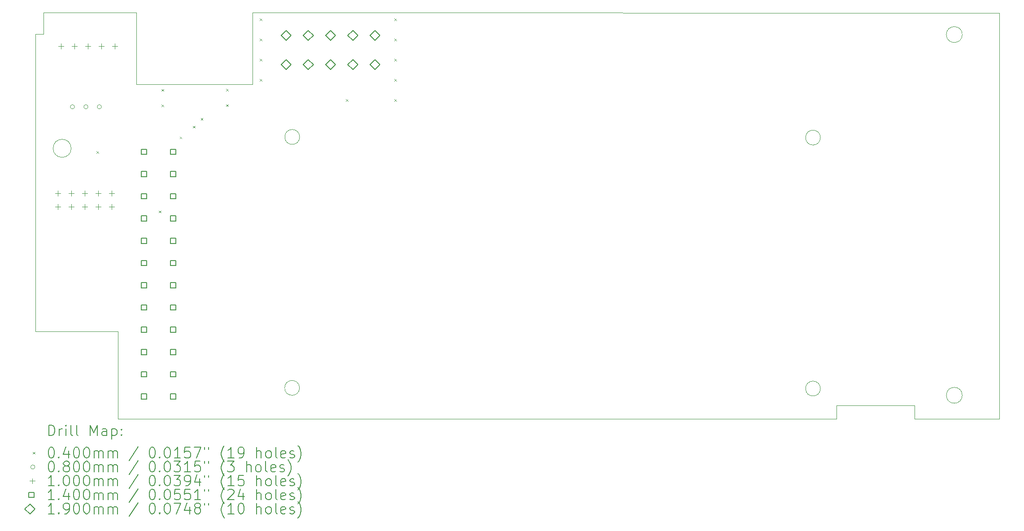
<source format=gbr>
%TF.GenerationSoftware,KiCad,Pcbnew,8.0.3*%
%TF.CreationDate,2024-11-03T21:09:05+01:00*%
%TF.ProjectId,IIsi_ATX,49497369-5f41-4545-982e-6b696361645f,rev?*%
%TF.SameCoordinates,Original*%
%TF.FileFunction,Drillmap*%
%TF.FilePolarity,Positive*%
%FSLAX45Y45*%
G04 Gerber Fmt 4.5, Leading zero omitted, Abs format (unit mm)*
G04 Created by KiCad (PCBNEW 8.0.3) date 2024-11-03 21:09:05*
%MOMM*%
%LPD*%
G01*
G04 APERTURE LIST*
%ADD10C,0.100000*%
%ADD11C,0.200000*%
%ADD12C,0.140000*%
%ADD13C,0.190000*%
G04 APERTURE END LIST*
D10*
X7336280Y-11095933D02*
X5777584Y-11095433D01*
X10765000Y-7425000D02*
G75*
G02*
X10485000Y-7425000I-140000J0D01*
G01*
X10485000Y-7425000D02*
G75*
G02*
X10765000Y-7425000I140000J0D01*
G01*
X7678584Y-5080452D02*
X7678584Y-6435033D01*
X20899284Y-12746933D02*
X7335513Y-12746933D01*
X5925984Y-5080433D02*
X7678584Y-5080452D01*
X10762500Y-12162500D02*
G75*
G02*
X10482500Y-12162500I-140000J0D01*
G01*
X10482500Y-12162500D02*
G75*
G02*
X10762500Y-12162500I140000J0D01*
G01*
X20595000Y-12175000D02*
G75*
G02*
X20315000Y-12175000I-140000J0D01*
G01*
X20315000Y-12175000D02*
G75*
G02*
X20595000Y-12175000I140000J0D01*
G01*
X20899284Y-12492933D02*
X20899284Y-12746933D01*
X23272500Y-5492500D02*
G75*
G02*
X22972500Y-5492500I-150000J0D01*
G01*
X22972500Y-5492500D02*
G75*
G02*
X23272500Y-5492500I150000J0D01*
G01*
X20595000Y-7437500D02*
G75*
G02*
X20315000Y-7437500I-140000J0D01*
G01*
X20315000Y-7437500D02*
G75*
G02*
X20595000Y-7437500I140000J0D01*
G01*
X23272500Y-12302500D02*
G75*
G02*
X22972500Y-12302500I-150000J0D01*
G01*
X22972500Y-12302500D02*
G75*
G02*
X23272500Y-12302500I150000J0D01*
G01*
X5925984Y-5482533D02*
X5925984Y-5080433D01*
X22372484Y-12746933D02*
X22372489Y-12492933D01*
X5773584Y-5482533D02*
X5925984Y-5482533D01*
X22372489Y-12492933D02*
X20899284Y-12492933D01*
X6451600Y-7640320D02*
G75*
G02*
X6111240Y-7640320I-170180J0D01*
G01*
X6111240Y-7640320D02*
G75*
G02*
X6451600Y-7640320I170180J0D01*
G01*
X7678584Y-6435033D02*
X9875684Y-6435033D01*
X9875684Y-5077933D02*
X23972684Y-5082483D01*
X23972684Y-12746933D02*
X22372484Y-12746933D01*
X23972684Y-5082483D02*
X23972684Y-12746933D01*
X5777584Y-11095433D02*
X5773584Y-5482533D01*
X7335513Y-12746933D02*
X7336280Y-11095933D01*
X9875684Y-6435033D02*
X9875684Y-5077933D01*
D11*
D10*
X6930000Y-7696540D02*
X6970000Y-7736540D01*
X6970000Y-7696540D02*
X6930000Y-7736540D01*
X8106000Y-8816000D02*
X8146000Y-8856000D01*
X8146000Y-8816000D02*
X8106000Y-8856000D01*
X8159100Y-6522880D02*
X8199100Y-6562880D01*
X8199100Y-6522880D02*
X8159100Y-6562880D01*
X8160000Y-6812600D02*
X8200000Y-6852600D01*
X8200000Y-6812600D02*
X8160000Y-6852600D01*
X8500000Y-7420000D02*
X8540000Y-7460000D01*
X8540000Y-7420000D02*
X8500000Y-7460000D01*
X8748080Y-7216460D02*
X8788080Y-7256460D01*
X8788080Y-7216460D02*
X8748080Y-7256460D01*
X8897940Y-7066600D02*
X8937940Y-7106600D01*
X8937940Y-7066600D02*
X8897940Y-7106600D01*
X9378000Y-6520500D02*
X9418000Y-6560500D01*
X9418000Y-6520500D02*
X9378000Y-6560500D01*
X9378900Y-6810220D02*
X9418900Y-6850220D01*
X9418900Y-6810220D02*
X9378900Y-6850220D01*
X10013000Y-5187000D02*
X10053000Y-5227000D01*
X10053000Y-5187000D02*
X10013000Y-5227000D01*
X10013000Y-5568000D02*
X10053000Y-5608000D01*
X10053000Y-5568000D02*
X10013000Y-5608000D01*
X10013000Y-5949000D02*
X10053000Y-5989000D01*
X10053000Y-5949000D02*
X10013000Y-5989000D01*
X10013000Y-6330000D02*
X10053000Y-6370000D01*
X10053000Y-6330000D02*
X10013000Y-6370000D01*
X11638600Y-6711000D02*
X11678600Y-6751000D01*
X11678600Y-6711000D02*
X11638600Y-6751000D01*
X12553000Y-5187000D02*
X12593000Y-5227000D01*
X12593000Y-5187000D02*
X12553000Y-5227000D01*
X12553000Y-5568000D02*
X12593000Y-5608000D01*
X12593000Y-5568000D02*
X12553000Y-5608000D01*
X12553000Y-5949000D02*
X12593000Y-5989000D01*
X12593000Y-5949000D02*
X12553000Y-5989000D01*
X12553000Y-6330000D02*
X12593000Y-6370000D01*
X12593000Y-6330000D02*
X12553000Y-6370000D01*
X12553000Y-6711000D02*
X12593000Y-6751000D01*
X12593000Y-6711000D02*
X12553000Y-6751000D01*
X6516000Y-6856000D02*
G75*
G02*
X6436000Y-6856000I-40000J0D01*
G01*
X6436000Y-6856000D02*
G75*
G02*
X6516000Y-6856000I40000J0D01*
G01*
X6770000Y-6856000D02*
G75*
G02*
X6690000Y-6856000I-40000J0D01*
G01*
X6690000Y-6856000D02*
G75*
G02*
X6770000Y-6856000I40000J0D01*
G01*
X7024000Y-6856000D02*
G75*
G02*
X6944000Y-6856000I-40000J0D01*
G01*
X6944000Y-6856000D02*
G75*
G02*
X7024000Y-6856000I40000J0D01*
G01*
X6201500Y-8437500D02*
X6201500Y-8537500D01*
X6151500Y-8487500D02*
X6251500Y-8487500D01*
X6201500Y-8691500D02*
X6201500Y-8791500D01*
X6151500Y-8741500D02*
X6251500Y-8741500D01*
X6258560Y-5665000D02*
X6258560Y-5765000D01*
X6208560Y-5715000D02*
X6308560Y-5715000D01*
X6455500Y-8437500D02*
X6455500Y-8537500D01*
X6405500Y-8487500D02*
X6505500Y-8487500D01*
X6455500Y-8691500D02*
X6455500Y-8791500D01*
X6405500Y-8741500D02*
X6505500Y-8741500D01*
X6512560Y-5665000D02*
X6512560Y-5765000D01*
X6462560Y-5715000D02*
X6562560Y-5715000D01*
X6709500Y-8437500D02*
X6709500Y-8537500D01*
X6659500Y-8487500D02*
X6759500Y-8487500D01*
X6709500Y-8691500D02*
X6709500Y-8791500D01*
X6659500Y-8741500D02*
X6759500Y-8741500D01*
X6766560Y-5665000D02*
X6766560Y-5765000D01*
X6716560Y-5715000D02*
X6816560Y-5715000D01*
X6963500Y-8437500D02*
X6963500Y-8537500D01*
X6913500Y-8487500D02*
X7013500Y-8487500D01*
X6963500Y-8691500D02*
X6963500Y-8791500D01*
X6913500Y-8741500D02*
X7013500Y-8741500D01*
X7020560Y-5665000D02*
X7020560Y-5765000D01*
X6970560Y-5715000D02*
X7070560Y-5715000D01*
X7217500Y-8437500D02*
X7217500Y-8537500D01*
X7167500Y-8487500D02*
X7267500Y-8487500D01*
X7217500Y-8691500D02*
X7217500Y-8791500D01*
X7167500Y-8741500D02*
X7267500Y-8741500D01*
X7274560Y-5665000D02*
X7274560Y-5765000D01*
X7224560Y-5715000D02*
X7324560Y-5715000D01*
D12*
X7876998Y-7754498D02*
X7876998Y-7655502D01*
X7778002Y-7655502D01*
X7778002Y-7754498D01*
X7876998Y-7754498D01*
X7876998Y-8174498D02*
X7876998Y-8075502D01*
X7778002Y-8075502D01*
X7778002Y-8174498D01*
X7876998Y-8174498D01*
X7876998Y-8594498D02*
X7876998Y-8495502D01*
X7778002Y-8495502D01*
X7778002Y-8594498D01*
X7876998Y-8594498D01*
X7876998Y-9014498D02*
X7876998Y-8915502D01*
X7778002Y-8915502D01*
X7778002Y-9014498D01*
X7876998Y-9014498D01*
X7876998Y-9434498D02*
X7876998Y-9335502D01*
X7778002Y-9335502D01*
X7778002Y-9434498D01*
X7876998Y-9434498D01*
X7876998Y-9854498D02*
X7876998Y-9755502D01*
X7778002Y-9755502D01*
X7778002Y-9854498D01*
X7876998Y-9854498D01*
X7876998Y-10274498D02*
X7876998Y-10175502D01*
X7778002Y-10175502D01*
X7778002Y-10274498D01*
X7876998Y-10274498D01*
X7876998Y-10694498D02*
X7876998Y-10595502D01*
X7778002Y-10595502D01*
X7778002Y-10694498D01*
X7876998Y-10694498D01*
X7876998Y-11114498D02*
X7876998Y-11015502D01*
X7778002Y-11015502D01*
X7778002Y-11114498D01*
X7876998Y-11114498D01*
X7876998Y-11534498D02*
X7876998Y-11435502D01*
X7778002Y-11435502D01*
X7778002Y-11534498D01*
X7876998Y-11534498D01*
X7876998Y-11954498D02*
X7876998Y-11855502D01*
X7778002Y-11855502D01*
X7778002Y-11954498D01*
X7876998Y-11954498D01*
X7876998Y-12374498D02*
X7876998Y-12275502D01*
X7778002Y-12275502D01*
X7778002Y-12374498D01*
X7876998Y-12374498D01*
X8426998Y-7754498D02*
X8426998Y-7655502D01*
X8328002Y-7655502D01*
X8328002Y-7754498D01*
X8426998Y-7754498D01*
X8426998Y-8174498D02*
X8426998Y-8075502D01*
X8328002Y-8075502D01*
X8328002Y-8174498D01*
X8426998Y-8174498D01*
X8426998Y-8594498D02*
X8426998Y-8495502D01*
X8328002Y-8495502D01*
X8328002Y-8594498D01*
X8426998Y-8594498D01*
X8426998Y-9014498D02*
X8426998Y-8915502D01*
X8328002Y-8915502D01*
X8328002Y-9014498D01*
X8426998Y-9014498D01*
X8426998Y-9434498D02*
X8426998Y-9335502D01*
X8328002Y-9335502D01*
X8328002Y-9434498D01*
X8426998Y-9434498D01*
X8426998Y-9854498D02*
X8426998Y-9755502D01*
X8328002Y-9755502D01*
X8328002Y-9854498D01*
X8426998Y-9854498D01*
X8426998Y-10274498D02*
X8426998Y-10175502D01*
X8328002Y-10175502D01*
X8328002Y-10274498D01*
X8426998Y-10274498D01*
X8426998Y-10694498D02*
X8426998Y-10595502D01*
X8328002Y-10595502D01*
X8328002Y-10694498D01*
X8426998Y-10694498D01*
X8426998Y-11114498D02*
X8426998Y-11015502D01*
X8328002Y-11015502D01*
X8328002Y-11114498D01*
X8426998Y-11114498D01*
X8426998Y-11534498D02*
X8426998Y-11435502D01*
X8328002Y-11435502D01*
X8328002Y-11534498D01*
X8426998Y-11534498D01*
X8426998Y-11954498D02*
X8426998Y-11855502D01*
X8328002Y-11855502D01*
X8328002Y-11954498D01*
X8426998Y-11954498D01*
X8426998Y-12374498D02*
X8426998Y-12275502D01*
X8328002Y-12275502D01*
X8328002Y-12374498D01*
X8426998Y-12374498D01*
D13*
X10509135Y-5602500D02*
X10604135Y-5507500D01*
X10509135Y-5412500D01*
X10414135Y-5507500D01*
X10509135Y-5602500D01*
X10509135Y-6152500D02*
X10604135Y-6057500D01*
X10509135Y-5962500D01*
X10414135Y-6057500D01*
X10509135Y-6152500D01*
X10929135Y-5602500D02*
X11024135Y-5507500D01*
X10929135Y-5412500D01*
X10834135Y-5507500D01*
X10929135Y-5602500D01*
X10929135Y-6152500D02*
X11024135Y-6057500D01*
X10929135Y-5962500D01*
X10834135Y-6057500D01*
X10929135Y-6152500D01*
X11349135Y-5602500D02*
X11444135Y-5507500D01*
X11349135Y-5412500D01*
X11254135Y-5507500D01*
X11349135Y-5602500D01*
X11349135Y-6152500D02*
X11444135Y-6057500D01*
X11349135Y-5962500D01*
X11254135Y-6057500D01*
X11349135Y-6152500D01*
X11769135Y-5602500D02*
X11864135Y-5507500D01*
X11769135Y-5412500D01*
X11674135Y-5507500D01*
X11769135Y-5602500D01*
X11769135Y-6152500D02*
X11864135Y-6057500D01*
X11769135Y-5962500D01*
X11674135Y-6057500D01*
X11769135Y-6152500D01*
X12189135Y-5602500D02*
X12284135Y-5507500D01*
X12189135Y-5412500D01*
X12094135Y-5507500D01*
X12189135Y-5602500D01*
X12189135Y-6152500D02*
X12284135Y-6057500D01*
X12189135Y-5962500D01*
X12094135Y-6057500D01*
X12189135Y-6152500D01*
D11*
X6029361Y-13063417D02*
X6029361Y-12863417D01*
X6029361Y-12863417D02*
X6076980Y-12863417D01*
X6076980Y-12863417D02*
X6105551Y-12872941D01*
X6105551Y-12872941D02*
X6124599Y-12891988D01*
X6124599Y-12891988D02*
X6134123Y-12911036D01*
X6134123Y-12911036D02*
X6143646Y-12949131D01*
X6143646Y-12949131D02*
X6143646Y-12977702D01*
X6143646Y-12977702D02*
X6134123Y-13015798D01*
X6134123Y-13015798D02*
X6124599Y-13034845D01*
X6124599Y-13034845D02*
X6105551Y-13053893D01*
X6105551Y-13053893D02*
X6076980Y-13063417D01*
X6076980Y-13063417D02*
X6029361Y-13063417D01*
X6229361Y-13063417D02*
X6229361Y-12930083D01*
X6229361Y-12968179D02*
X6238885Y-12949131D01*
X6238885Y-12949131D02*
X6248408Y-12939607D01*
X6248408Y-12939607D02*
X6267456Y-12930083D01*
X6267456Y-12930083D02*
X6286504Y-12930083D01*
X6353170Y-13063417D02*
X6353170Y-12930083D01*
X6353170Y-12863417D02*
X6343646Y-12872941D01*
X6343646Y-12872941D02*
X6353170Y-12882464D01*
X6353170Y-12882464D02*
X6362694Y-12872941D01*
X6362694Y-12872941D02*
X6353170Y-12863417D01*
X6353170Y-12863417D02*
X6353170Y-12882464D01*
X6476980Y-13063417D02*
X6457932Y-13053893D01*
X6457932Y-13053893D02*
X6448408Y-13034845D01*
X6448408Y-13034845D02*
X6448408Y-12863417D01*
X6581742Y-13063417D02*
X6562694Y-13053893D01*
X6562694Y-13053893D02*
X6553170Y-13034845D01*
X6553170Y-13034845D02*
X6553170Y-12863417D01*
X6810313Y-13063417D02*
X6810313Y-12863417D01*
X6810313Y-12863417D02*
X6876980Y-13006274D01*
X6876980Y-13006274D02*
X6943646Y-12863417D01*
X6943646Y-12863417D02*
X6943646Y-13063417D01*
X7124599Y-13063417D02*
X7124599Y-12958655D01*
X7124599Y-12958655D02*
X7115075Y-12939607D01*
X7115075Y-12939607D02*
X7096027Y-12930083D01*
X7096027Y-12930083D02*
X7057932Y-12930083D01*
X7057932Y-12930083D02*
X7038885Y-12939607D01*
X7124599Y-13053893D02*
X7105551Y-13063417D01*
X7105551Y-13063417D02*
X7057932Y-13063417D01*
X7057932Y-13063417D02*
X7038885Y-13053893D01*
X7038885Y-13053893D02*
X7029361Y-13034845D01*
X7029361Y-13034845D02*
X7029361Y-13015798D01*
X7029361Y-13015798D02*
X7038885Y-12996750D01*
X7038885Y-12996750D02*
X7057932Y-12987226D01*
X7057932Y-12987226D02*
X7105551Y-12987226D01*
X7105551Y-12987226D02*
X7124599Y-12977702D01*
X7219837Y-12930083D02*
X7219837Y-13130083D01*
X7219837Y-12939607D02*
X7238885Y-12930083D01*
X7238885Y-12930083D02*
X7276980Y-12930083D01*
X7276980Y-12930083D02*
X7296027Y-12939607D01*
X7296027Y-12939607D02*
X7305551Y-12949131D01*
X7305551Y-12949131D02*
X7315075Y-12968179D01*
X7315075Y-12968179D02*
X7315075Y-13025321D01*
X7315075Y-13025321D02*
X7305551Y-13044369D01*
X7305551Y-13044369D02*
X7296027Y-13053893D01*
X7296027Y-13053893D02*
X7276980Y-13063417D01*
X7276980Y-13063417D02*
X7238885Y-13063417D01*
X7238885Y-13063417D02*
X7219837Y-13053893D01*
X7400789Y-13044369D02*
X7410313Y-13053893D01*
X7410313Y-13053893D02*
X7400789Y-13063417D01*
X7400789Y-13063417D02*
X7391266Y-13053893D01*
X7391266Y-13053893D02*
X7400789Y-13044369D01*
X7400789Y-13044369D02*
X7400789Y-13063417D01*
X7400789Y-12939607D02*
X7410313Y-12949131D01*
X7410313Y-12949131D02*
X7400789Y-12958655D01*
X7400789Y-12958655D02*
X7391266Y-12949131D01*
X7391266Y-12949131D02*
X7400789Y-12939607D01*
X7400789Y-12939607D02*
X7400789Y-12958655D01*
D10*
X5728584Y-13371933D02*
X5768584Y-13411933D01*
X5768584Y-13371933D02*
X5728584Y-13411933D01*
D11*
X6067456Y-13283417D02*
X6086504Y-13283417D01*
X6086504Y-13283417D02*
X6105551Y-13292941D01*
X6105551Y-13292941D02*
X6115075Y-13302464D01*
X6115075Y-13302464D02*
X6124599Y-13321512D01*
X6124599Y-13321512D02*
X6134123Y-13359607D01*
X6134123Y-13359607D02*
X6134123Y-13407226D01*
X6134123Y-13407226D02*
X6124599Y-13445321D01*
X6124599Y-13445321D02*
X6115075Y-13464369D01*
X6115075Y-13464369D02*
X6105551Y-13473893D01*
X6105551Y-13473893D02*
X6086504Y-13483417D01*
X6086504Y-13483417D02*
X6067456Y-13483417D01*
X6067456Y-13483417D02*
X6048408Y-13473893D01*
X6048408Y-13473893D02*
X6038885Y-13464369D01*
X6038885Y-13464369D02*
X6029361Y-13445321D01*
X6029361Y-13445321D02*
X6019837Y-13407226D01*
X6019837Y-13407226D02*
X6019837Y-13359607D01*
X6019837Y-13359607D02*
X6029361Y-13321512D01*
X6029361Y-13321512D02*
X6038885Y-13302464D01*
X6038885Y-13302464D02*
X6048408Y-13292941D01*
X6048408Y-13292941D02*
X6067456Y-13283417D01*
X6219837Y-13464369D02*
X6229361Y-13473893D01*
X6229361Y-13473893D02*
X6219837Y-13483417D01*
X6219837Y-13483417D02*
X6210313Y-13473893D01*
X6210313Y-13473893D02*
X6219837Y-13464369D01*
X6219837Y-13464369D02*
X6219837Y-13483417D01*
X6400789Y-13350083D02*
X6400789Y-13483417D01*
X6353170Y-13273893D02*
X6305551Y-13416750D01*
X6305551Y-13416750D02*
X6429361Y-13416750D01*
X6543646Y-13283417D02*
X6562694Y-13283417D01*
X6562694Y-13283417D02*
X6581742Y-13292941D01*
X6581742Y-13292941D02*
X6591266Y-13302464D01*
X6591266Y-13302464D02*
X6600789Y-13321512D01*
X6600789Y-13321512D02*
X6610313Y-13359607D01*
X6610313Y-13359607D02*
X6610313Y-13407226D01*
X6610313Y-13407226D02*
X6600789Y-13445321D01*
X6600789Y-13445321D02*
X6591266Y-13464369D01*
X6591266Y-13464369D02*
X6581742Y-13473893D01*
X6581742Y-13473893D02*
X6562694Y-13483417D01*
X6562694Y-13483417D02*
X6543646Y-13483417D01*
X6543646Y-13483417D02*
X6524599Y-13473893D01*
X6524599Y-13473893D02*
X6515075Y-13464369D01*
X6515075Y-13464369D02*
X6505551Y-13445321D01*
X6505551Y-13445321D02*
X6496027Y-13407226D01*
X6496027Y-13407226D02*
X6496027Y-13359607D01*
X6496027Y-13359607D02*
X6505551Y-13321512D01*
X6505551Y-13321512D02*
X6515075Y-13302464D01*
X6515075Y-13302464D02*
X6524599Y-13292941D01*
X6524599Y-13292941D02*
X6543646Y-13283417D01*
X6734123Y-13283417D02*
X6753170Y-13283417D01*
X6753170Y-13283417D02*
X6772218Y-13292941D01*
X6772218Y-13292941D02*
X6781742Y-13302464D01*
X6781742Y-13302464D02*
X6791266Y-13321512D01*
X6791266Y-13321512D02*
X6800789Y-13359607D01*
X6800789Y-13359607D02*
X6800789Y-13407226D01*
X6800789Y-13407226D02*
X6791266Y-13445321D01*
X6791266Y-13445321D02*
X6781742Y-13464369D01*
X6781742Y-13464369D02*
X6772218Y-13473893D01*
X6772218Y-13473893D02*
X6753170Y-13483417D01*
X6753170Y-13483417D02*
X6734123Y-13483417D01*
X6734123Y-13483417D02*
X6715075Y-13473893D01*
X6715075Y-13473893D02*
X6705551Y-13464369D01*
X6705551Y-13464369D02*
X6696027Y-13445321D01*
X6696027Y-13445321D02*
X6686504Y-13407226D01*
X6686504Y-13407226D02*
X6686504Y-13359607D01*
X6686504Y-13359607D02*
X6696027Y-13321512D01*
X6696027Y-13321512D02*
X6705551Y-13302464D01*
X6705551Y-13302464D02*
X6715075Y-13292941D01*
X6715075Y-13292941D02*
X6734123Y-13283417D01*
X6886504Y-13483417D02*
X6886504Y-13350083D01*
X6886504Y-13369131D02*
X6896027Y-13359607D01*
X6896027Y-13359607D02*
X6915075Y-13350083D01*
X6915075Y-13350083D02*
X6943647Y-13350083D01*
X6943647Y-13350083D02*
X6962694Y-13359607D01*
X6962694Y-13359607D02*
X6972218Y-13378655D01*
X6972218Y-13378655D02*
X6972218Y-13483417D01*
X6972218Y-13378655D02*
X6981742Y-13359607D01*
X6981742Y-13359607D02*
X7000789Y-13350083D01*
X7000789Y-13350083D02*
X7029361Y-13350083D01*
X7029361Y-13350083D02*
X7048408Y-13359607D01*
X7048408Y-13359607D02*
X7057932Y-13378655D01*
X7057932Y-13378655D02*
X7057932Y-13483417D01*
X7153170Y-13483417D02*
X7153170Y-13350083D01*
X7153170Y-13369131D02*
X7162694Y-13359607D01*
X7162694Y-13359607D02*
X7181742Y-13350083D01*
X7181742Y-13350083D02*
X7210313Y-13350083D01*
X7210313Y-13350083D02*
X7229361Y-13359607D01*
X7229361Y-13359607D02*
X7238885Y-13378655D01*
X7238885Y-13378655D02*
X7238885Y-13483417D01*
X7238885Y-13378655D02*
X7248408Y-13359607D01*
X7248408Y-13359607D02*
X7267456Y-13350083D01*
X7267456Y-13350083D02*
X7296027Y-13350083D01*
X7296027Y-13350083D02*
X7315075Y-13359607D01*
X7315075Y-13359607D02*
X7324599Y-13378655D01*
X7324599Y-13378655D02*
X7324599Y-13483417D01*
X7715075Y-13273893D02*
X7543647Y-13531036D01*
X7972218Y-13283417D02*
X7991266Y-13283417D01*
X7991266Y-13283417D02*
X8010313Y-13292941D01*
X8010313Y-13292941D02*
X8019837Y-13302464D01*
X8019837Y-13302464D02*
X8029361Y-13321512D01*
X8029361Y-13321512D02*
X8038885Y-13359607D01*
X8038885Y-13359607D02*
X8038885Y-13407226D01*
X8038885Y-13407226D02*
X8029361Y-13445321D01*
X8029361Y-13445321D02*
X8019837Y-13464369D01*
X8019837Y-13464369D02*
X8010313Y-13473893D01*
X8010313Y-13473893D02*
X7991266Y-13483417D01*
X7991266Y-13483417D02*
X7972218Y-13483417D01*
X7972218Y-13483417D02*
X7953170Y-13473893D01*
X7953170Y-13473893D02*
X7943647Y-13464369D01*
X7943647Y-13464369D02*
X7934123Y-13445321D01*
X7934123Y-13445321D02*
X7924599Y-13407226D01*
X7924599Y-13407226D02*
X7924599Y-13359607D01*
X7924599Y-13359607D02*
X7934123Y-13321512D01*
X7934123Y-13321512D02*
X7943647Y-13302464D01*
X7943647Y-13302464D02*
X7953170Y-13292941D01*
X7953170Y-13292941D02*
X7972218Y-13283417D01*
X8124599Y-13464369D02*
X8134123Y-13473893D01*
X8134123Y-13473893D02*
X8124599Y-13483417D01*
X8124599Y-13483417D02*
X8115075Y-13473893D01*
X8115075Y-13473893D02*
X8124599Y-13464369D01*
X8124599Y-13464369D02*
X8124599Y-13483417D01*
X8257932Y-13283417D02*
X8276980Y-13283417D01*
X8276980Y-13283417D02*
X8296028Y-13292941D01*
X8296028Y-13292941D02*
X8305551Y-13302464D01*
X8305551Y-13302464D02*
X8315075Y-13321512D01*
X8315075Y-13321512D02*
X8324599Y-13359607D01*
X8324599Y-13359607D02*
X8324599Y-13407226D01*
X8324599Y-13407226D02*
X8315075Y-13445321D01*
X8315075Y-13445321D02*
X8305551Y-13464369D01*
X8305551Y-13464369D02*
X8296028Y-13473893D01*
X8296028Y-13473893D02*
X8276980Y-13483417D01*
X8276980Y-13483417D02*
X8257932Y-13483417D01*
X8257932Y-13483417D02*
X8238885Y-13473893D01*
X8238885Y-13473893D02*
X8229361Y-13464369D01*
X8229361Y-13464369D02*
X8219837Y-13445321D01*
X8219837Y-13445321D02*
X8210313Y-13407226D01*
X8210313Y-13407226D02*
X8210313Y-13359607D01*
X8210313Y-13359607D02*
X8219837Y-13321512D01*
X8219837Y-13321512D02*
X8229361Y-13302464D01*
X8229361Y-13302464D02*
X8238885Y-13292941D01*
X8238885Y-13292941D02*
X8257932Y-13283417D01*
X8515075Y-13483417D02*
X8400790Y-13483417D01*
X8457932Y-13483417D02*
X8457932Y-13283417D01*
X8457932Y-13283417D02*
X8438885Y-13311988D01*
X8438885Y-13311988D02*
X8419837Y-13331036D01*
X8419837Y-13331036D02*
X8400790Y-13340560D01*
X8696028Y-13283417D02*
X8600790Y-13283417D01*
X8600790Y-13283417D02*
X8591266Y-13378655D01*
X8591266Y-13378655D02*
X8600790Y-13369131D01*
X8600790Y-13369131D02*
X8619837Y-13359607D01*
X8619837Y-13359607D02*
X8667456Y-13359607D01*
X8667456Y-13359607D02*
X8686504Y-13369131D01*
X8686504Y-13369131D02*
X8696028Y-13378655D01*
X8696028Y-13378655D02*
X8705552Y-13397702D01*
X8705552Y-13397702D02*
X8705552Y-13445321D01*
X8705552Y-13445321D02*
X8696028Y-13464369D01*
X8696028Y-13464369D02*
X8686504Y-13473893D01*
X8686504Y-13473893D02*
X8667456Y-13483417D01*
X8667456Y-13483417D02*
X8619837Y-13483417D01*
X8619837Y-13483417D02*
X8600790Y-13473893D01*
X8600790Y-13473893D02*
X8591266Y-13464369D01*
X8772218Y-13283417D02*
X8905552Y-13283417D01*
X8905552Y-13283417D02*
X8819837Y-13483417D01*
X8972218Y-13283417D02*
X8972218Y-13321512D01*
X9048409Y-13283417D02*
X9048409Y-13321512D01*
X9343647Y-13559607D02*
X9334123Y-13550083D01*
X9334123Y-13550083D02*
X9315075Y-13521512D01*
X9315075Y-13521512D02*
X9305552Y-13502464D01*
X9305552Y-13502464D02*
X9296028Y-13473893D01*
X9296028Y-13473893D02*
X9286504Y-13426274D01*
X9286504Y-13426274D02*
X9286504Y-13388179D01*
X9286504Y-13388179D02*
X9296028Y-13340560D01*
X9296028Y-13340560D02*
X9305552Y-13311988D01*
X9305552Y-13311988D02*
X9315075Y-13292941D01*
X9315075Y-13292941D02*
X9334123Y-13264369D01*
X9334123Y-13264369D02*
X9343647Y-13254845D01*
X9524599Y-13483417D02*
X9410314Y-13483417D01*
X9467456Y-13483417D02*
X9467456Y-13283417D01*
X9467456Y-13283417D02*
X9448409Y-13311988D01*
X9448409Y-13311988D02*
X9429361Y-13331036D01*
X9429361Y-13331036D02*
X9410314Y-13340560D01*
X9619837Y-13483417D02*
X9657933Y-13483417D01*
X9657933Y-13483417D02*
X9676980Y-13473893D01*
X9676980Y-13473893D02*
X9686504Y-13464369D01*
X9686504Y-13464369D02*
X9705552Y-13435798D01*
X9705552Y-13435798D02*
X9715075Y-13397702D01*
X9715075Y-13397702D02*
X9715075Y-13321512D01*
X9715075Y-13321512D02*
X9705552Y-13302464D01*
X9705552Y-13302464D02*
X9696028Y-13292941D01*
X9696028Y-13292941D02*
X9676980Y-13283417D01*
X9676980Y-13283417D02*
X9638885Y-13283417D01*
X9638885Y-13283417D02*
X9619837Y-13292941D01*
X9619837Y-13292941D02*
X9610314Y-13302464D01*
X9610314Y-13302464D02*
X9600790Y-13321512D01*
X9600790Y-13321512D02*
X9600790Y-13369131D01*
X9600790Y-13369131D02*
X9610314Y-13388179D01*
X9610314Y-13388179D02*
X9619837Y-13397702D01*
X9619837Y-13397702D02*
X9638885Y-13407226D01*
X9638885Y-13407226D02*
X9676980Y-13407226D01*
X9676980Y-13407226D02*
X9696028Y-13397702D01*
X9696028Y-13397702D02*
X9705552Y-13388179D01*
X9705552Y-13388179D02*
X9715075Y-13369131D01*
X9953171Y-13483417D02*
X9953171Y-13283417D01*
X10038885Y-13483417D02*
X10038885Y-13378655D01*
X10038885Y-13378655D02*
X10029361Y-13359607D01*
X10029361Y-13359607D02*
X10010314Y-13350083D01*
X10010314Y-13350083D02*
X9981742Y-13350083D01*
X9981742Y-13350083D02*
X9962695Y-13359607D01*
X9962695Y-13359607D02*
X9953171Y-13369131D01*
X10162695Y-13483417D02*
X10143647Y-13473893D01*
X10143647Y-13473893D02*
X10134123Y-13464369D01*
X10134123Y-13464369D02*
X10124599Y-13445321D01*
X10124599Y-13445321D02*
X10124599Y-13388179D01*
X10124599Y-13388179D02*
X10134123Y-13369131D01*
X10134123Y-13369131D02*
X10143647Y-13359607D01*
X10143647Y-13359607D02*
X10162695Y-13350083D01*
X10162695Y-13350083D02*
X10191266Y-13350083D01*
X10191266Y-13350083D02*
X10210314Y-13359607D01*
X10210314Y-13359607D02*
X10219837Y-13369131D01*
X10219837Y-13369131D02*
X10229361Y-13388179D01*
X10229361Y-13388179D02*
X10229361Y-13445321D01*
X10229361Y-13445321D02*
X10219837Y-13464369D01*
X10219837Y-13464369D02*
X10210314Y-13473893D01*
X10210314Y-13473893D02*
X10191266Y-13483417D01*
X10191266Y-13483417D02*
X10162695Y-13483417D01*
X10343647Y-13483417D02*
X10324599Y-13473893D01*
X10324599Y-13473893D02*
X10315076Y-13454845D01*
X10315076Y-13454845D02*
X10315076Y-13283417D01*
X10496028Y-13473893D02*
X10476980Y-13483417D01*
X10476980Y-13483417D02*
X10438885Y-13483417D01*
X10438885Y-13483417D02*
X10419837Y-13473893D01*
X10419837Y-13473893D02*
X10410314Y-13454845D01*
X10410314Y-13454845D02*
X10410314Y-13378655D01*
X10410314Y-13378655D02*
X10419837Y-13359607D01*
X10419837Y-13359607D02*
X10438885Y-13350083D01*
X10438885Y-13350083D02*
X10476980Y-13350083D01*
X10476980Y-13350083D02*
X10496028Y-13359607D01*
X10496028Y-13359607D02*
X10505552Y-13378655D01*
X10505552Y-13378655D02*
X10505552Y-13397702D01*
X10505552Y-13397702D02*
X10410314Y-13416750D01*
X10581742Y-13473893D02*
X10600790Y-13483417D01*
X10600790Y-13483417D02*
X10638885Y-13483417D01*
X10638885Y-13483417D02*
X10657933Y-13473893D01*
X10657933Y-13473893D02*
X10667457Y-13454845D01*
X10667457Y-13454845D02*
X10667457Y-13445321D01*
X10667457Y-13445321D02*
X10657933Y-13426274D01*
X10657933Y-13426274D02*
X10638885Y-13416750D01*
X10638885Y-13416750D02*
X10610314Y-13416750D01*
X10610314Y-13416750D02*
X10591266Y-13407226D01*
X10591266Y-13407226D02*
X10581742Y-13388179D01*
X10581742Y-13388179D02*
X10581742Y-13378655D01*
X10581742Y-13378655D02*
X10591266Y-13359607D01*
X10591266Y-13359607D02*
X10610314Y-13350083D01*
X10610314Y-13350083D02*
X10638885Y-13350083D01*
X10638885Y-13350083D02*
X10657933Y-13359607D01*
X10734123Y-13559607D02*
X10743647Y-13550083D01*
X10743647Y-13550083D02*
X10762695Y-13521512D01*
X10762695Y-13521512D02*
X10772218Y-13502464D01*
X10772218Y-13502464D02*
X10781742Y-13473893D01*
X10781742Y-13473893D02*
X10791266Y-13426274D01*
X10791266Y-13426274D02*
X10791266Y-13388179D01*
X10791266Y-13388179D02*
X10781742Y-13340560D01*
X10781742Y-13340560D02*
X10772218Y-13311988D01*
X10772218Y-13311988D02*
X10762695Y-13292941D01*
X10762695Y-13292941D02*
X10743647Y-13264369D01*
X10743647Y-13264369D02*
X10734123Y-13254845D01*
D10*
X5768584Y-13655933D02*
G75*
G02*
X5688584Y-13655933I-40000J0D01*
G01*
X5688584Y-13655933D02*
G75*
G02*
X5768584Y-13655933I40000J0D01*
G01*
D11*
X6067456Y-13547417D02*
X6086504Y-13547417D01*
X6086504Y-13547417D02*
X6105551Y-13556941D01*
X6105551Y-13556941D02*
X6115075Y-13566464D01*
X6115075Y-13566464D02*
X6124599Y-13585512D01*
X6124599Y-13585512D02*
X6134123Y-13623607D01*
X6134123Y-13623607D02*
X6134123Y-13671226D01*
X6134123Y-13671226D02*
X6124599Y-13709321D01*
X6124599Y-13709321D02*
X6115075Y-13728369D01*
X6115075Y-13728369D02*
X6105551Y-13737893D01*
X6105551Y-13737893D02*
X6086504Y-13747417D01*
X6086504Y-13747417D02*
X6067456Y-13747417D01*
X6067456Y-13747417D02*
X6048408Y-13737893D01*
X6048408Y-13737893D02*
X6038885Y-13728369D01*
X6038885Y-13728369D02*
X6029361Y-13709321D01*
X6029361Y-13709321D02*
X6019837Y-13671226D01*
X6019837Y-13671226D02*
X6019837Y-13623607D01*
X6019837Y-13623607D02*
X6029361Y-13585512D01*
X6029361Y-13585512D02*
X6038885Y-13566464D01*
X6038885Y-13566464D02*
X6048408Y-13556941D01*
X6048408Y-13556941D02*
X6067456Y-13547417D01*
X6219837Y-13728369D02*
X6229361Y-13737893D01*
X6229361Y-13737893D02*
X6219837Y-13747417D01*
X6219837Y-13747417D02*
X6210313Y-13737893D01*
X6210313Y-13737893D02*
X6219837Y-13728369D01*
X6219837Y-13728369D02*
X6219837Y-13747417D01*
X6343646Y-13633131D02*
X6324599Y-13623607D01*
X6324599Y-13623607D02*
X6315075Y-13614083D01*
X6315075Y-13614083D02*
X6305551Y-13595036D01*
X6305551Y-13595036D02*
X6305551Y-13585512D01*
X6305551Y-13585512D02*
X6315075Y-13566464D01*
X6315075Y-13566464D02*
X6324599Y-13556941D01*
X6324599Y-13556941D02*
X6343646Y-13547417D01*
X6343646Y-13547417D02*
X6381742Y-13547417D01*
X6381742Y-13547417D02*
X6400789Y-13556941D01*
X6400789Y-13556941D02*
X6410313Y-13566464D01*
X6410313Y-13566464D02*
X6419837Y-13585512D01*
X6419837Y-13585512D02*
X6419837Y-13595036D01*
X6419837Y-13595036D02*
X6410313Y-13614083D01*
X6410313Y-13614083D02*
X6400789Y-13623607D01*
X6400789Y-13623607D02*
X6381742Y-13633131D01*
X6381742Y-13633131D02*
X6343646Y-13633131D01*
X6343646Y-13633131D02*
X6324599Y-13642655D01*
X6324599Y-13642655D02*
X6315075Y-13652179D01*
X6315075Y-13652179D02*
X6305551Y-13671226D01*
X6305551Y-13671226D02*
X6305551Y-13709321D01*
X6305551Y-13709321D02*
X6315075Y-13728369D01*
X6315075Y-13728369D02*
X6324599Y-13737893D01*
X6324599Y-13737893D02*
X6343646Y-13747417D01*
X6343646Y-13747417D02*
X6381742Y-13747417D01*
X6381742Y-13747417D02*
X6400789Y-13737893D01*
X6400789Y-13737893D02*
X6410313Y-13728369D01*
X6410313Y-13728369D02*
X6419837Y-13709321D01*
X6419837Y-13709321D02*
X6419837Y-13671226D01*
X6419837Y-13671226D02*
X6410313Y-13652179D01*
X6410313Y-13652179D02*
X6400789Y-13642655D01*
X6400789Y-13642655D02*
X6381742Y-13633131D01*
X6543646Y-13547417D02*
X6562694Y-13547417D01*
X6562694Y-13547417D02*
X6581742Y-13556941D01*
X6581742Y-13556941D02*
X6591266Y-13566464D01*
X6591266Y-13566464D02*
X6600789Y-13585512D01*
X6600789Y-13585512D02*
X6610313Y-13623607D01*
X6610313Y-13623607D02*
X6610313Y-13671226D01*
X6610313Y-13671226D02*
X6600789Y-13709321D01*
X6600789Y-13709321D02*
X6591266Y-13728369D01*
X6591266Y-13728369D02*
X6581742Y-13737893D01*
X6581742Y-13737893D02*
X6562694Y-13747417D01*
X6562694Y-13747417D02*
X6543646Y-13747417D01*
X6543646Y-13747417D02*
X6524599Y-13737893D01*
X6524599Y-13737893D02*
X6515075Y-13728369D01*
X6515075Y-13728369D02*
X6505551Y-13709321D01*
X6505551Y-13709321D02*
X6496027Y-13671226D01*
X6496027Y-13671226D02*
X6496027Y-13623607D01*
X6496027Y-13623607D02*
X6505551Y-13585512D01*
X6505551Y-13585512D02*
X6515075Y-13566464D01*
X6515075Y-13566464D02*
X6524599Y-13556941D01*
X6524599Y-13556941D02*
X6543646Y-13547417D01*
X6734123Y-13547417D02*
X6753170Y-13547417D01*
X6753170Y-13547417D02*
X6772218Y-13556941D01*
X6772218Y-13556941D02*
X6781742Y-13566464D01*
X6781742Y-13566464D02*
X6791266Y-13585512D01*
X6791266Y-13585512D02*
X6800789Y-13623607D01*
X6800789Y-13623607D02*
X6800789Y-13671226D01*
X6800789Y-13671226D02*
X6791266Y-13709321D01*
X6791266Y-13709321D02*
X6781742Y-13728369D01*
X6781742Y-13728369D02*
X6772218Y-13737893D01*
X6772218Y-13737893D02*
X6753170Y-13747417D01*
X6753170Y-13747417D02*
X6734123Y-13747417D01*
X6734123Y-13747417D02*
X6715075Y-13737893D01*
X6715075Y-13737893D02*
X6705551Y-13728369D01*
X6705551Y-13728369D02*
X6696027Y-13709321D01*
X6696027Y-13709321D02*
X6686504Y-13671226D01*
X6686504Y-13671226D02*
X6686504Y-13623607D01*
X6686504Y-13623607D02*
X6696027Y-13585512D01*
X6696027Y-13585512D02*
X6705551Y-13566464D01*
X6705551Y-13566464D02*
X6715075Y-13556941D01*
X6715075Y-13556941D02*
X6734123Y-13547417D01*
X6886504Y-13747417D02*
X6886504Y-13614083D01*
X6886504Y-13633131D02*
X6896027Y-13623607D01*
X6896027Y-13623607D02*
X6915075Y-13614083D01*
X6915075Y-13614083D02*
X6943647Y-13614083D01*
X6943647Y-13614083D02*
X6962694Y-13623607D01*
X6962694Y-13623607D02*
X6972218Y-13642655D01*
X6972218Y-13642655D02*
X6972218Y-13747417D01*
X6972218Y-13642655D02*
X6981742Y-13623607D01*
X6981742Y-13623607D02*
X7000789Y-13614083D01*
X7000789Y-13614083D02*
X7029361Y-13614083D01*
X7029361Y-13614083D02*
X7048408Y-13623607D01*
X7048408Y-13623607D02*
X7057932Y-13642655D01*
X7057932Y-13642655D02*
X7057932Y-13747417D01*
X7153170Y-13747417D02*
X7153170Y-13614083D01*
X7153170Y-13633131D02*
X7162694Y-13623607D01*
X7162694Y-13623607D02*
X7181742Y-13614083D01*
X7181742Y-13614083D02*
X7210313Y-13614083D01*
X7210313Y-13614083D02*
X7229361Y-13623607D01*
X7229361Y-13623607D02*
X7238885Y-13642655D01*
X7238885Y-13642655D02*
X7238885Y-13747417D01*
X7238885Y-13642655D02*
X7248408Y-13623607D01*
X7248408Y-13623607D02*
X7267456Y-13614083D01*
X7267456Y-13614083D02*
X7296027Y-13614083D01*
X7296027Y-13614083D02*
X7315075Y-13623607D01*
X7315075Y-13623607D02*
X7324599Y-13642655D01*
X7324599Y-13642655D02*
X7324599Y-13747417D01*
X7715075Y-13537893D02*
X7543647Y-13795036D01*
X7972218Y-13547417D02*
X7991266Y-13547417D01*
X7991266Y-13547417D02*
X8010313Y-13556941D01*
X8010313Y-13556941D02*
X8019837Y-13566464D01*
X8019837Y-13566464D02*
X8029361Y-13585512D01*
X8029361Y-13585512D02*
X8038885Y-13623607D01*
X8038885Y-13623607D02*
X8038885Y-13671226D01*
X8038885Y-13671226D02*
X8029361Y-13709321D01*
X8029361Y-13709321D02*
X8019837Y-13728369D01*
X8019837Y-13728369D02*
X8010313Y-13737893D01*
X8010313Y-13737893D02*
X7991266Y-13747417D01*
X7991266Y-13747417D02*
X7972218Y-13747417D01*
X7972218Y-13747417D02*
X7953170Y-13737893D01*
X7953170Y-13737893D02*
X7943647Y-13728369D01*
X7943647Y-13728369D02*
X7934123Y-13709321D01*
X7934123Y-13709321D02*
X7924599Y-13671226D01*
X7924599Y-13671226D02*
X7924599Y-13623607D01*
X7924599Y-13623607D02*
X7934123Y-13585512D01*
X7934123Y-13585512D02*
X7943647Y-13566464D01*
X7943647Y-13566464D02*
X7953170Y-13556941D01*
X7953170Y-13556941D02*
X7972218Y-13547417D01*
X8124599Y-13728369D02*
X8134123Y-13737893D01*
X8134123Y-13737893D02*
X8124599Y-13747417D01*
X8124599Y-13747417D02*
X8115075Y-13737893D01*
X8115075Y-13737893D02*
X8124599Y-13728369D01*
X8124599Y-13728369D02*
X8124599Y-13747417D01*
X8257932Y-13547417D02*
X8276980Y-13547417D01*
X8276980Y-13547417D02*
X8296028Y-13556941D01*
X8296028Y-13556941D02*
X8305551Y-13566464D01*
X8305551Y-13566464D02*
X8315075Y-13585512D01*
X8315075Y-13585512D02*
X8324599Y-13623607D01*
X8324599Y-13623607D02*
X8324599Y-13671226D01*
X8324599Y-13671226D02*
X8315075Y-13709321D01*
X8315075Y-13709321D02*
X8305551Y-13728369D01*
X8305551Y-13728369D02*
X8296028Y-13737893D01*
X8296028Y-13737893D02*
X8276980Y-13747417D01*
X8276980Y-13747417D02*
X8257932Y-13747417D01*
X8257932Y-13747417D02*
X8238885Y-13737893D01*
X8238885Y-13737893D02*
X8229361Y-13728369D01*
X8229361Y-13728369D02*
X8219837Y-13709321D01*
X8219837Y-13709321D02*
X8210313Y-13671226D01*
X8210313Y-13671226D02*
X8210313Y-13623607D01*
X8210313Y-13623607D02*
X8219837Y-13585512D01*
X8219837Y-13585512D02*
X8229361Y-13566464D01*
X8229361Y-13566464D02*
X8238885Y-13556941D01*
X8238885Y-13556941D02*
X8257932Y-13547417D01*
X8391266Y-13547417D02*
X8515075Y-13547417D01*
X8515075Y-13547417D02*
X8448409Y-13623607D01*
X8448409Y-13623607D02*
X8476980Y-13623607D01*
X8476980Y-13623607D02*
X8496028Y-13633131D01*
X8496028Y-13633131D02*
X8505552Y-13642655D01*
X8505552Y-13642655D02*
X8515075Y-13661702D01*
X8515075Y-13661702D02*
X8515075Y-13709321D01*
X8515075Y-13709321D02*
X8505552Y-13728369D01*
X8505552Y-13728369D02*
X8496028Y-13737893D01*
X8496028Y-13737893D02*
X8476980Y-13747417D01*
X8476980Y-13747417D02*
X8419837Y-13747417D01*
X8419837Y-13747417D02*
X8400790Y-13737893D01*
X8400790Y-13737893D02*
X8391266Y-13728369D01*
X8705552Y-13747417D02*
X8591266Y-13747417D01*
X8648409Y-13747417D02*
X8648409Y-13547417D01*
X8648409Y-13547417D02*
X8629361Y-13575988D01*
X8629361Y-13575988D02*
X8610313Y-13595036D01*
X8610313Y-13595036D02*
X8591266Y-13604560D01*
X8886504Y-13547417D02*
X8791266Y-13547417D01*
X8791266Y-13547417D02*
X8781742Y-13642655D01*
X8781742Y-13642655D02*
X8791266Y-13633131D01*
X8791266Y-13633131D02*
X8810313Y-13623607D01*
X8810313Y-13623607D02*
X8857933Y-13623607D01*
X8857933Y-13623607D02*
X8876980Y-13633131D01*
X8876980Y-13633131D02*
X8886504Y-13642655D01*
X8886504Y-13642655D02*
X8896028Y-13661702D01*
X8896028Y-13661702D02*
X8896028Y-13709321D01*
X8896028Y-13709321D02*
X8886504Y-13728369D01*
X8886504Y-13728369D02*
X8876980Y-13737893D01*
X8876980Y-13737893D02*
X8857933Y-13747417D01*
X8857933Y-13747417D02*
X8810313Y-13747417D01*
X8810313Y-13747417D02*
X8791266Y-13737893D01*
X8791266Y-13737893D02*
X8781742Y-13728369D01*
X8972218Y-13547417D02*
X8972218Y-13585512D01*
X9048409Y-13547417D02*
X9048409Y-13585512D01*
X9343647Y-13823607D02*
X9334123Y-13814083D01*
X9334123Y-13814083D02*
X9315075Y-13785512D01*
X9315075Y-13785512D02*
X9305552Y-13766464D01*
X9305552Y-13766464D02*
X9296028Y-13737893D01*
X9296028Y-13737893D02*
X9286504Y-13690274D01*
X9286504Y-13690274D02*
X9286504Y-13652179D01*
X9286504Y-13652179D02*
X9296028Y-13604560D01*
X9296028Y-13604560D02*
X9305552Y-13575988D01*
X9305552Y-13575988D02*
X9315075Y-13556941D01*
X9315075Y-13556941D02*
X9334123Y-13528369D01*
X9334123Y-13528369D02*
X9343647Y-13518845D01*
X9400790Y-13547417D02*
X9524599Y-13547417D01*
X9524599Y-13547417D02*
X9457933Y-13623607D01*
X9457933Y-13623607D02*
X9486504Y-13623607D01*
X9486504Y-13623607D02*
X9505552Y-13633131D01*
X9505552Y-13633131D02*
X9515075Y-13642655D01*
X9515075Y-13642655D02*
X9524599Y-13661702D01*
X9524599Y-13661702D02*
X9524599Y-13709321D01*
X9524599Y-13709321D02*
X9515075Y-13728369D01*
X9515075Y-13728369D02*
X9505552Y-13737893D01*
X9505552Y-13737893D02*
X9486504Y-13747417D01*
X9486504Y-13747417D02*
X9429361Y-13747417D01*
X9429361Y-13747417D02*
X9410314Y-13737893D01*
X9410314Y-13737893D02*
X9400790Y-13728369D01*
X9762695Y-13747417D02*
X9762695Y-13547417D01*
X9848409Y-13747417D02*
X9848409Y-13642655D01*
X9848409Y-13642655D02*
X9838885Y-13623607D01*
X9838885Y-13623607D02*
X9819837Y-13614083D01*
X9819837Y-13614083D02*
X9791266Y-13614083D01*
X9791266Y-13614083D02*
X9772218Y-13623607D01*
X9772218Y-13623607D02*
X9762695Y-13633131D01*
X9972218Y-13747417D02*
X9953171Y-13737893D01*
X9953171Y-13737893D02*
X9943647Y-13728369D01*
X9943647Y-13728369D02*
X9934123Y-13709321D01*
X9934123Y-13709321D02*
X9934123Y-13652179D01*
X9934123Y-13652179D02*
X9943647Y-13633131D01*
X9943647Y-13633131D02*
X9953171Y-13623607D01*
X9953171Y-13623607D02*
X9972218Y-13614083D01*
X9972218Y-13614083D02*
X10000790Y-13614083D01*
X10000790Y-13614083D02*
X10019837Y-13623607D01*
X10019837Y-13623607D02*
X10029361Y-13633131D01*
X10029361Y-13633131D02*
X10038885Y-13652179D01*
X10038885Y-13652179D02*
X10038885Y-13709321D01*
X10038885Y-13709321D02*
X10029361Y-13728369D01*
X10029361Y-13728369D02*
X10019837Y-13737893D01*
X10019837Y-13737893D02*
X10000790Y-13747417D01*
X10000790Y-13747417D02*
X9972218Y-13747417D01*
X10153171Y-13747417D02*
X10134123Y-13737893D01*
X10134123Y-13737893D02*
X10124599Y-13718845D01*
X10124599Y-13718845D02*
X10124599Y-13547417D01*
X10305552Y-13737893D02*
X10286504Y-13747417D01*
X10286504Y-13747417D02*
X10248409Y-13747417D01*
X10248409Y-13747417D02*
X10229361Y-13737893D01*
X10229361Y-13737893D02*
X10219837Y-13718845D01*
X10219837Y-13718845D02*
X10219837Y-13642655D01*
X10219837Y-13642655D02*
X10229361Y-13623607D01*
X10229361Y-13623607D02*
X10248409Y-13614083D01*
X10248409Y-13614083D02*
X10286504Y-13614083D01*
X10286504Y-13614083D02*
X10305552Y-13623607D01*
X10305552Y-13623607D02*
X10315076Y-13642655D01*
X10315076Y-13642655D02*
X10315076Y-13661702D01*
X10315076Y-13661702D02*
X10219837Y-13680750D01*
X10391266Y-13737893D02*
X10410314Y-13747417D01*
X10410314Y-13747417D02*
X10448409Y-13747417D01*
X10448409Y-13747417D02*
X10467457Y-13737893D01*
X10467457Y-13737893D02*
X10476980Y-13718845D01*
X10476980Y-13718845D02*
X10476980Y-13709321D01*
X10476980Y-13709321D02*
X10467457Y-13690274D01*
X10467457Y-13690274D02*
X10448409Y-13680750D01*
X10448409Y-13680750D02*
X10419837Y-13680750D01*
X10419837Y-13680750D02*
X10400790Y-13671226D01*
X10400790Y-13671226D02*
X10391266Y-13652179D01*
X10391266Y-13652179D02*
X10391266Y-13642655D01*
X10391266Y-13642655D02*
X10400790Y-13623607D01*
X10400790Y-13623607D02*
X10419837Y-13614083D01*
X10419837Y-13614083D02*
X10448409Y-13614083D01*
X10448409Y-13614083D02*
X10467457Y-13623607D01*
X10543647Y-13823607D02*
X10553171Y-13814083D01*
X10553171Y-13814083D02*
X10572218Y-13785512D01*
X10572218Y-13785512D02*
X10581742Y-13766464D01*
X10581742Y-13766464D02*
X10591266Y-13737893D01*
X10591266Y-13737893D02*
X10600790Y-13690274D01*
X10600790Y-13690274D02*
X10600790Y-13652179D01*
X10600790Y-13652179D02*
X10591266Y-13604560D01*
X10591266Y-13604560D02*
X10581742Y-13575988D01*
X10581742Y-13575988D02*
X10572218Y-13556941D01*
X10572218Y-13556941D02*
X10553171Y-13528369D01*
X10553171Y-13528369D02*
X10543647Y-13518845D01*
D10*
X5718584Y-13869933D02*
X5718584Y-13969933D01*
X5668584Y-13919933D02*
X5768584Y-13919933D01*
D11*
X6134123Y-14011417D02*
X6019837Y-14011417D01*
X6076980Y-14011417D02*
X6076980Y-13811417D01*
X6076980Y-13811417D02*
X6057932Y-13839988D01*
X6057932Y-13839988D02*
X6038885Y-13859036D01*
X6038885Y-13859036D02*
X6019837Y-13868560D01*
X6219837Y-13992369D02*
X6229361Y-14001893D01*
X6229361Y-14001893D02*
X6219837Y-14011417D01*
X6219837Y-14011417D02*
X6210313Y-14001893D01*
X6210313Y-14001893D02*
X6219837Y-13992369D01*
X6219837Y-13992369D02*
X6219837Y-14011417D01*
X6353170Y-13811417D02*
X6372218Y-13811417D01*
X6372218Y-13811417D02*
X6391266Y-13820941D01*
X6391266Y-13820941D02*
X6400789Y-13830464D01*
X6400789Y-13830464D02*
X6410313Y-13849512D01*
X6410313Y-13849512D02*
X6419837Y-13887607D01*
X6419837Y-13887607D02*
X6419837Y-13935226D01*
X6419837Y-13935226D02*
X6410313Y-13973321D01*
X6410313Y-13973321D02*
X6400789Y-13992369D01*
X6400789Y-13992369D02*
X6391266Y-14001893D01*
X6391266Y-14001893D02*
X6372218Y-14011417D01*
X6372218Y-14011417D02*
X6353170Y-14011417D01*
X6353170Y-14011417D02*
X6334123Y-14001893D01*
X6334123Y-14001893D02*
X6324599Y-13992369D01*
X6324599Y-13992369D02*
X6315075Y-13973321D01*
X6315075Y-13973321D02*
X6305551Y-13935226D01*
X6305551Y-13935226D02*
X6305551Y-13887607D01*
X6305551Y-13887607D02*
X6315075Y-13849512D01*
X6315075Y-13849512D02*
X6324599Y-13830464D01*
X6324599Y-13830464D02*
X6334123Y-13820941D01*
X6334123Y-13820941D02*
X6353170Y-13811417D01*
X6543646Y-13811417D02*
X6562694Y-13811417D01*
X6562694Y-13811417D02*
X6581742Y-13820941D01*
X6581742Y-13820941D02*
X6591266Y-13830464D01*
X6591266Y-13830464D02*
X6600789Y-13849512D01*
X6600789Y-13849512D02*
X6610313Y-13887607D01*
X6610313Y-13887607D02*
X6610313Y-13935226D01*
X6610313Y-13935226D02*
X6600789Y-13973321D01*
X6600789Y-13973321D02*
X6591266Y-13992369D01*
X6591266Y-13992369D02*
X6581742Y-14001893D01*
X6581742Y-14001893D02*
X6562694Y-14011417D01*
X6562694Y-14011417D02*
X6543646Y-14011417D01*
X6543646Y-14011417D02*
X6524599Y-14001893D01*
X6524599Y-14001893D02*
X6515075Y-13992369D01*
X6515075Y-13992369D02*
X6505551Y-13973321D01*
X6505551Y-13973321D02*
X6496027Y-13935226D01*
X6496027Y-13935226D02*
X6496027Y-13887607D01*
X6496027Y-13887607D02*
X6505551Y-13849512D01*
X6505551Y-13849512D02*
X6515075Y-13830464D01*
X6515075Y-13830464D02*
X6524599Y-13820941D01*
X6524599Y-13820941D02*
X6543646Y-13811417D01*
X6734123Y-13811417D02*
X6753170Y-13811417D01*
X6753170Y-13811417D02*
X6772218Y-13820941D01*
X6772218Y-13820941D02*
X6781742Y-13830464D01*
X6781742Y-13830464D02*
X6791266Y-13849512D01*
X6791266Y-13849512D02*
X6800789Y-13887607D01*
X6800789Y-13887607D02*
X6800789Y-13935226D01*
X6800789Y-13935226D02*
X6791266Y-13973321D01*
X6791266Y-13973321D02*
X6781742Y-13992369D01*
X6781742Y-13992369D02*
X6772218Y-14001893D01*
X6772218Y-14001893D02*
X6753170Y-14011417D01*
X6753170Y-14011417D02*
X6734123Y-14011417D01*
X6734123Y-14011417D02*
X6715075Y-14001893D01*
X6715075Y-14001893D02*
X6705551Y-13992369D01*
X6705551Y-13992369D02*
X6696027Y-13973321D01*
X6696027Y-13973321D02*
X6686504Y-13935226D01*
X6686504Y-13935226D02*
X6686504Y-13887607D01*
X6686504Y-13887607D02*
X6696027Y-13849512D01*
X6696027Y-13849512D02*
X6705551Y-13830464D01*
X6705551Y-13830464D02*
X6715075Y-13820941D01*
X6715075Y-13820941D02*
X6734123Y-13811417D01*
X6886504Y-14011417D02*
X6886504Y-13878083D01*
X6886504Y-13897131D02*
X6896027Y-13887607D01*
X6896027Y-13887607D02*
X6915075Y-13878083D01*
X6915075Y-13878083D02*
X6943647Y-13878083D01*
X6943647Y-13878083D02*
X6962694Y-13887607D01*
X6962694Y-13887607D02*
X6972218Y-13906655D01*
X6972218Y-13906655D02*
X6972218Y-14011417D01*
X6972218Y-13906655D02*
X6981742Y-13887607D01*
X6981742Y-13887607D02*
X7000789Y-13878083D01*
X7000789Y-13878083D02*
X7029361Y-13878083D01*
X7029361Y-13878083D02*
X7048408Y-13887607D01*
X7048408Y-13887607D02*
X7057932Y-13906655D01*
X7057932Y-13906655D02*
X7057932Y-14011417D01*
X7153170Y-14011417D02*
X7153170Y-13878083D01*
X7153170Y-13897131D02*
X7162694Y-13887607D01*
X7162694Y-13887607D02*
X7181742Y-13878083D01*
X7181742Y-13878083D02*
X7210313Y-13878083D01*
X7210313Y-13878083D02*
X7229361Y-13887607D01*
X7229361Y-13887607D02*
X7238885Y-13906655D01*
X7238885Y-13906655D02*
X7238885Y-14011417D01*
X7238885Y-13906655D02*
X7248408Y-13887607D01*
X7248408Y-13887607D02*
X7267456Y-13878083D01*
X7267456Y-13878083D02*
X7296027Y-13878083D01*
X7296027Y-13878083D02*
X7315075Y-13887607D01*
X7315075Y-13887607D02*
X7324599Y-13906655D01*
X7324599Y-13906655D02*
X7324599Y-14011417D01*
X7715075Y-13801893D02*
X7543647Y-14059036D01*
X7972218Y-13811417D02*
X7991266Y-13811417D01*
X7991266Y-13811417D02*
X8010313Y-13820941D01*
X8010313Y-13820941D02*
X8019837Y-13830464D01*
X8019837Y-13830464D02*
X8029361Y-13849512D01*
X8029361Y-13849512D02*
X8038885Y-13887607D01*
X8038885Y-13887607D02*
X8038885Y-13935226D01*
X8038885Y-13935226D02*
X8029361Y-13973321D01*
X8029361Y-13973321D02*
X8019837Y-13992369D01*
X8019837Y-13992369D02*
X8010313Y-14001893D01*
X8010313Y-14001893D02*
X7991266Y-14011417D01*
X7991266Y-14011417D02*
X7972218Y-14011417D01*
X7972218Y-14011417D02*
X7953170Y-14001893D01*
X7953170Y-14001893D02*
X7943647Y-13992369D01*
X7943647Y-13992369D02*
X7934123Y-13973321D01*
X7934123Y-13973321D02*
X7924599Y-13935226D01*
X7924599Y-13935226D02*
X7924599Y-13887607D01*
X7924599Y-13887607D02*
X7934123Y-13849512D01*
X7934123Y-13849512D02*
X7943647Y-13830464D01*
X7943647Y-13830464D02*
X7953170Y-13820941D01*
X7953170Y-13820941D02*
X7972218Y-13811417D01*
X8124599Y-13992369D02*
X8134123Y-14001893D01*
X8134123Y-14001893D02*
X8124599Y-14011417D01*
X8124599Y-14011417D02*
X8115075Y-14001893D01*
X8115075Y-14001893D02*
X8124599Y-13992369D01*
X8124599Y-13992369D02*
X8124599Y-14011417D01*
X8257932Y-13811417D02*
X8276980Y-13811417D01*
X8276980Y-13811417D02*
X8296028Y-13820941D01*
X8296028Y-13820941D02*
X8305551Y-13830464D01*
X8305551Y-13830464D02*
X8315075Y-13849512D01*
X8315075Y-13849512D02*
X8324599Y-13887607D01*
X8324599Y-13887607D02*
X8324599Y-13935226D01*
X8324599Y-13935226D02*
X8315075Y-13973321D01*
X8315075Y-13973321D02*
X8305551Y-13992369D01*
X8305551Y-13992369D02*
X8296028Y-14001893D01*
X8296028Y-14001893D02*
X8276980Y-14011417D01*
X8276980Y-14011417D02*
X8257932Y-14011417D01*
X8257932Y-14011417D02*
X8238885Y-14001893D01*
X8238885Y-14001893D02*
X8229361Y-13992369D01*
X8229361Y-13992369D02*
X8219837Y-13973321D01*
X8219837Y-13973321D02*
X8210313Y-13935226D01*
X8210313Y-13935226D02*
X8210313Y-13887607D01*
X8210313Y-13887607D02*
X8219837Y-13849512D01*
X8219837Y-13849512D02*
X8229361Y-13830464D01*
X8229361Y-13830464D02*
X8238885Y-13820941D01*
X8238885Y-13820941D02*
X8257932Y-13811417D01*
X8391266Y-13811417D02*
X8515075Y-13811417D01*
X8515075Y-13811417D02*
X8448409Y-13887607D01*
X8448409Y-13887607D02*
X8476980Y-13887607D01*
X8476980Y-13887607D02*
X8496028Y-13897131D01*
X8496028Y-13897131D02*
X8505552Y-13906655D01*
X8505552Y-13906655D02*
X8515075Y-13925702D01*
X8515075Y-13925702D02*
X8515075Y-13973321D01*
X8515075Y-13973321D02*
X8505552Y-13992369D01*
X8505552Y-13992369D02*
X8496028Y-14001893D01*
X8496028Y-14001893D02*
X8476980Y-14011417D01*
X8476980Y-14011417D02*
X8419837Y-14011417D01*
X8419837Y-14011417D02*
X8400790Y-14001893D01*
X8400790Y-14001893D02*
X8391266Y-13992369D01*
X8610313Y-14011417D02*
X8648409Y-14011417D01*
X8648409Y-14011417D02*
X8667456Y-14001893D01*
X8667456Y-14001893D02*
X8676980Y-13992369D01*
X8676980Y-13992369D02*
X8696028Y-13963798D01*
X8696028Y-13963798D02*
X8705552Y-13925702D01*
X8705552Y-13925702D02*
X8705552Y-13849512D01*
X8705552Y-13849512D02*
X8696028Y-13830464D01*
X8696028Y-13830464D02*
X8686504Y-13820941D01*
X8686504Y-13820941D02*
X8667456Y-13811417D01*
X8667456Y-13811417D02*
X8629361Y-13811417D01*
X8629361Y-13811417D02*
X8610313Y-13820941D01*
X8610313Y-13820941D02*
X8600790Y-13830464D01*
X8600790Y-13830464D02*
X8591266Y-13849512D01*
X8591266Y-13849512D02*
X8591266Y-13897131D01*
X8591266Y-13897131D02*
X8600790Y-13916179D01*
X8600790Y-13916179D02*
X8610313Y-13925702D01*
X8610313Y-13925702D02*
X8629361Y-13935226D01*
X8629361Y-13935226D02*
X8667456Y-13935226D01*
X8667456Y-13935226D02*
X8686504Y-13925702D01*
X8686504Y-13925702D02*
X8696028Y-13916179D01*
X8696028Y-13916179D02*
X8705552Y-13897131D01*
X8876980Y-13878083D02*
X8876980Y-14011417D01*
X8829361Y-13801893D02*
X8781742Y-13944750D01*
X8781742Y-13944750D02*
X8905552Y-13944750D01*
X8972218Y-13811417D02*
X8972218Y-13849512D01*
X9048409Y-13811417D02*
X9048409Y-13849512D01*
X9343647Y-14087607D02*
X9334123Y-14078083D01*
X9334123Y-14078083D02*
X9315075Y-14049512D01*
X9315075Y-14049512D02*
X9305552Y-14030464D01*
X9305552Y-14030464D02*
X9296028Y-14001893D01*
X9296028Y-14001893D02*
X9286504Y-13954274D01*
X9286504Y-13954274D02*
X9286504Y-13916179D01*
X9286504Y-13916179D02*
X9296028Y-13868560D01*
X9296028Y-13868560D02*
X9305552Y-13839988D01*
X9305552Y-13839988D02*
X9315075Y-13820941D01*
X9315075Y-13820941D02*
X9334123Y-13792369D01*
X9334123Y-13792369D02*
X9343647Y-13782845D01*
X9524599Y-14011417D02*
X9410314Y-14011417D01*
X9467456Y-14011417D02*
X9467456Y-13811417D01*
X9467456Y-13811417D02*
X9448409Y-13839988D01*
X9448409Y-13839988D02*
X9429361Y-13859036D01*
X9429361Y-13859036D02*
X9410314Y-13868560D01*
X9705552Y-13811417D02*
X9610314Y-13811417D01*
X9610314Y-13811417D02*
X9600790Y-13906655D01*
X9600790Y-13906655D02*
X9610314Y-13897131D01*
X9610314Y-13897131D02*
X9629361Y-13887607D01*
X9629361Y-13887607D02*
X9676980Y-13887607D01*
X9676980Y-13887607D02*
X9696028Y-13897131D01*
X9696028Y-13897131D02*
X9705552Y-13906655D01*
X9705552Y-13906655D02*
X9715075Y-13925702D01*
X9715075Y-13925702D02*
X9715075Y-13973321D01*
X9715075Y-13973321D02*
X9705552Y-13992369D01*
X9705552Y-13992369D02*
X9696028Y-14001893D01*
X9696028Y-14001893D02*
X9676980Y-14011417D01*
X9676980Y-14011417D02*
X9629361Y-14011417D01*
X9629361Y-14011417D02*
X9610314Y-14001893D01*
X9610314Y-14001893D02*
X9600790Y-13992369D01*
X9953171Y-14011417D02*
X9953171Y-13811417D01*
X10038885Y-14011417D02*
X10038885Y-13906655D01*
X10038885Y-13906655D02*
X10029361Y-13887607D01*
X10029361Y-13887607D02*
X10010314Y-13878083D01*
X10010314Y-13878083D02*
X9981742Y-13878083D01*
X9981742Y-13878083D02*
X9962695Y-13887607D01*
X9962695Y-13887607D02*
X9953171Y-13897131D01*
X10162695Y-14011417D02*
X10143647Y-14001893D01*
X10143647Y-14001893D02*
X10134123Y-13992369D01*
X10134123Y-13992369D02*
X10124599Y-13973321D01*
X10124599Y-13973321D02*
X10124599Y-13916179D01*
X10124599Y-13916179D02*
X10134123Y-13897131D01*
X10134123Y-13897131D02*
X10143647Y-13887607D01*
X10143647Y-13887607D02*
X10162695Y-13878083D01*
X10162695Y-13878083D02*
X10191266Y-13878083D01*
X10191266Y-13878083D02*
X10210314Y-13887607D01*
X10210314Y-13887607D02*
X10219837Y-13897131D01*
X10219837Y-13897131D02*
X10229361Y-13916179D01*
X10229361Y-13916179D02*
X10229361Y-13973321D01*
X10229361Y-13973321D02*
X10219837Y-13992369D01*
X10219837Y-13992369D02*
X10210314Y-14001893D01*
X10210314Y-14001893D02*
X10191266Y-14011417D01*
X10191266Y-14011417D02*
X10162695Y-14011417D01*
X10343647Y-14011417D02*
X10324599Y-14001893D01*
X10324599Y-14001893D02*
X10315076Y-13982845D01*
X10315076Y-13982845D02*
X10315076Y-13811417D01*
X10496028Y-14001893D02*
X10476980Y-14011417D01*
X10476980Y-14011417D02*
X10438885Y-14011417D01*
X10438885Y-14011417D02*
X10419837Y-14001893D01*
X10419837Y-14001893D02*
X10410314Y-13982845D01*
X10410314Y-13982845D02*
X10410314Y-13906655D01*
X10410314Y-13906655D02*
X10419837Y-13887607D01*
X10419837Y-13887607D02*
X10438885Y-13878083D01*
X10438885Y-13878083D02*
X10476980Y-13878083D01*
X10476980Y-13878083D02*
X10496028Y-13887607D01*
X10496028Y-13887607D02*
X10505552Y-13906655D01*
X10505552Y-13906655D02*
X10505552Y-13925702D01*
X10505552Y-13925702D02*
X10410314Y-13944750D01*
X10581742Y-14001893D02*
X10600790Y-14011417D01*
X10600790Y-14011417D02*
X10638885Y-14011417D01*
X10638885Y-14011417D02*
X10657933Y-14001893D01*
X10657933Y-14001893D02*
X10667457Y-13982845D01*
X10667457Y-13982845D02*
X10667457Y-13973321D01*
X10667457Y-13973321D02*
X10657933Y-13954274D01*
X10657933Y-13954274D02*
X10638885Y-13944750D01*
X10638885Y-13944750D02*
X10610314Y-13944750D01*
X10610314Y-13944750D02*
X10591266Y-13935226D01*
X10591266Y-13935226D02*
X10581742Y-13916179D01*
X10581742Y-13916179D02*
X10581742Y-13906655D01*
X10581742Y-13906655D02*
X10591266Y-13887607D01*
X10591266Y-13887607D02*
X10610314Y-13878083D01*
X10610314Y-13878083D02*
X10638885Y-13878083D01*
X10638885Y-13878083D02*
X10657933Y-13887607D01*
X10734123Y-14087607D02*
X10743647Y-14078083D01*
X10743647Y-14078083D02*
X10762695Y-14049512D01*
X10762695Y-14049512D02*
X10772218Y-14030464D01*
X10772218Y-14030464D02*
X10781742Y-14001893D01*
X10781742Y-14001893D02*
X10791266Y-13954274D01*
X10791266Y-13954274D02*
X10791266Y-13916179D01*
X10791266Y-13916179D02*
X10781742Y-13868560D01*
X10781742Y-13868560D02*
X10772218Y-13839988D01*
X10772218Y-13839988D02*
X10762695Y-13820941D01*
X10762695Y-13820941D02*
X10743647Y-13792369D01*
X10743647Y-13792369D02*
X10734123Y-13782845D01*
D12*
X5748082Y-14233431D02*
X5748082Y-14134435D01*
X5649086Y-14134435D01*
X5649086Y-14233431D01*
X5748082Y-14233431D01*
D11*
X6134123Y-14275417D02*
X6019837Y-14275417D01*
X6076980Y-14275417D02*
X6076980Y-14075417D01*
X6076980Y-14075417D02*
X6057932Y-14103988D01*
X6057932Y-14103988D02*
X6038885Y-14123036D01*
X6038885Y-14123036D02*
X6019837Y-14132560D01*
X6219837Y-14256369D02*
X6229361Y-14265893D01*
X6229361Y-14265893D02*
X6219837Y-14275417D01*
X6219837Y-14275417D02*
X6210313Y-14265893D01*
X6210313Y-14265893D02*
X6219837Y-14256369D01*
X6219837Y-14256369D02*
X6219837Y-14275417D01*
X6400789Y-14142083D02*
X6400789Y-14275417D01*
X6353170Y-14065893D02*
X6305551Y-14208750D01*
X6305551Y-14208750D02*
X6429361Y-14208750D01*
X6543646Y-14075417D02*
X6562694Y-14075417D01*
X6562694Y-14075417D02*
X6581742Y-14084941D01*
X6581742Y-14084941D02*
X6591266Y-14094464D01*
X6591266Y-14094464D02*
X6600789Y-14113512D01*
X6600789Y-14113512D02*
X6610313Y-14151607D01*
X6610313Y-14151607D02*
X6610313Y-14199226D01*
X6610313Y-14199226D02*
X6600789Y-14237321D01*
X6600789Y-14237321D02*
X6591266Y-14256369D01*
X6591266Y-14256369D02*
X6581742Y-14265893D01*
X6581742Y-14265893D02*
X6562694Y-14275417D01*
X6562694Y-14275417D02*
X6543646Y-14275417D01*
X6543646Y-14275417D02*
X6524599Y-14265893D01*
X6524599Y-14265893D02*
X6515075Y-14256369D01*
X6515075Y-14256369D02*
X6505551Y-14237321D01*
X6505551Y-14237321D02*
X6496027Y-14199226D01*
X6496027Y-14199226D02*
X6496027Y-14151607D01*
X6496027Y-14151607D02*
X6505551Y-14113512D01*
X6505551Y-14113512D02*
X6515075Y-14094464D01*
X6515075Y-14094464D02*
X6524599Y-14084941D01*
X6524599Y-14084941D02*
X6543646Y-14075417D01*
X6734123Y-14075417D02*
X6753170Y-14075417D01*
X6753170Y-14075417D02*
X6772218Y-14084941D01*
X6772218Y-14084941D02*
X6781742Y-14094464D01*
X6781742Y-14094464D02*
X6791266Y-14113512D01*
X6791266Y-14113512D02*
X6800789Y-14151607D01*
X6800789Y-14151607D02*
X6800789Y-14199226D01*
X6800789Y-14199226D02*
X6791266Y-14237321D01*
X6791266Y-14237321D02*
X6781742Y-14256369D01*
X6781742Y-14256369D02*
X6772218Y-14265893D01*
X6772218Y-14265893D02*
X6753170Y-14275417D01*
X6753170Y-14275417D02*
X6734123Y-14275417D01*
X6734123Y-14275417D02*
X6715075Y-14265893D01*
X6715075Y-14265893D02*
X6705551Y-14256369D01*
X6705551Y-14256369D02*
X6696027Y-14237321D01*
X6696027Y-14237321D02*
X6686504Y-14199226D01*
X6686504Y-14199226D02*
X6686504Y-14151607D01*
X6686504Y-14151607D02*
X6696027Y-14113512D01*
X6696027Y-14113512D02*
X6705551Y-14094464D01*
X6705551Y-14094464D02*
X6715075Y-14084941D01*
X6715075Y-14084941D02*
X6734123Y-14075417D01*
X6886504Y-14275417D02*
X6886504Y-14142083D01*
X6886504Y-14161131D02*
X6896027Y-14151607D01*
X6896027Y-14151607D02*
X6915075Y-14142083D01*
X6915075Y-14142083D02*
X6943647Y-14142083D01*
X6943647Y-14142083D02*
X6962694Y-14151607D01*
X6962694Y-14151607D02*
X6972218Y-14170655D01*
X6972218Y-14170655D02*
X6972218Y-14275417D01*
X6972218Y-14170655D02*
X6981742Y-14151607D01*
X6981742Y-14151607D02*
X7000789Y-14142083D01*
X7000789Y-14142083D02*
X7029361Y-14142083D01*
X7029361Y-14142083D02*
X7048408Y-14151607D01*
X7048408Y-14151607D02*
X7057932Y-14170655D01*
X7057932Y-14170655D02*
X7057932Y-14275417D01*
X7153170Y-14275417D02*
X7153170Y-14142083D01*
X7153170Y-14161131D02*
X7162694Y-14151607D01*
X7162694Y-14151607D02*
X7181742Y-14142083D01*
X7181742Y-14142083D02*
X7210313Y-14142083D01*
X7210313Y-14142083D02*
X7229361Y-14151607D01*
X7229361Y-14151607D02*
X7238885Y-14170655D01*
X7238885Y-14170655D02*
X7238885Y-14275417D01*
X7238885Y-14170655D02*
X7248408Y-14151607D01*
X7248408Y-14151607D02*
X7267456Y-14142083D01*
X7267456Y-14142083D02*
X7296027Y-14142083D01*
X7296027Y-14142083D02*
X7315075Y-14151607D01*
X7315075Y-14151607D02*
X7324599Y-14170655D01*
X7324599Y-14170655D02*
X7324599Y-14275417D01*
X7715075Y-14065893D02*
X7543647Y-14323036D01*
X7972218Y-14075417D02*
X7991266Y-14075417D01*
X7991266Y-14075417D02*
X8010313Y-14084941D01*
X8010313Y-14084941D02*
X8019837Y-14094464D01*
X8019837Y-14094464D02*
X8029361Y-14113512D01*
X8029361Y-14113512D02*
X8038885Y-14151607D01*
X8038885Y-14151607D02*
X8038885Y-14199226D01*
X8038885Y-14199226D02*
X8029361Y-14237321D01*
X8029361Y-14237321D02*
X8019837Y-14256369D01*
X8019837Y-14256369D02*
X8010313Y-14265893D01*
X8010313Y-14265893D02*
X7991266Y-14275417D01*
X7991266Y-14275417D02*
X7972218Y-14275417D01*
X7972218Y-14275417D02*
X7953170Y-14265893D01*
X7953170Y-14265893D02*
X7943647Y-14256369D01*
X7943647Y-14256369D02*
X7934123Y-14237321D01*
X7934123Y-14237321D02*
X7924599Y-14199226D01*
X7924599Y-14199226D02*
X7924599Y-14151607D01*
X7924599Y-14151607D02*
X7934123Y-14113512D01*
X7934123Y-14113512D02*
X7943647Y-14094464D01*
X7943647Y-14094464D02*
X7953170Y-14084941D01*
X7953170Y-14084941D02*
X7972218Y-14075417D01*
X8124599Y-14256369D02*
X8134123Y-14265893D01*
X8134123Y-14265893D02*
X8124599Y-14275417D01*
X8124599Y-14275417D02*
X8115075Y-14265893D01*
X8115075Y-14265893D02*
X8124599Y-14256369D01*
X8124599Y-14256369D02*
X8124599Y-14275417D01*
X8257932Y-14075417D02*
X8276980Y-14075417D01*
X8276980Y-14075417D02*
X8296028Y-14084941D01*
X8296028Y-14084941D02*
X8305551Y-14094464D01*
X8305551Y-14094464D02*
X8315075Y-14113512D01*
X8315075Y-14113512D02*
X8324599Y-14151607D01*
X8324599Y-14151607D02*
X8324599Y-14199226D01*
X8324599Y-14199226D02*
X8315075Y-14237321D01*
X8315075Y-14237321D02*
X8305551Y-14256369D01*
X8305551Y-14256369D02*
X8296028Y-14265893D01*
X8296028Y-14265893D02*
X8276980Y-14275417D01*
X8276980Y-14275417D02*
X8257932Y-14275417D01*
X8257932Y-14275417D02*
X8238885Y-14265893D01*
X8238885Y-14265893D02*
X8229361Y-14256369D01*
X8229361Y-14256369D02*
X8219837Y-14237321D01*
X8219837Y-14237321D02*
X8210313Y-14199226D01*
X8210313Y-14199226D02*
X8210313Y-14151607D01*
X8210313Y-14151607D02*
X8219837Y-14113512D01*
X8219837Y-14113512D02*
X8229361Y-14094464D01*
X8229361Y-14094464D02*
X8238885Y-14084941D01*
X8238885Y-14084941D02*
X8257932Y-14075417D01*
X8505552Y-14075417D02*
X8410313Y-14075417D01*
X8410313Y-14075417D02*
X8400790Y-14170655D01*
X8400790Y-14170655D02*
X8410313Y-14161131D01*
X8410313Y-14161131D02*
X8429361Y-14151607D01*
X8429361Y-14151607D02*
X8476980Y-14151607D01*
X8476980Y-14151607D02*
X8496028Y-14161131D01*
X8496028Y-14161131D02*
X8505552Y-14170655D01*
X8505552Y-14170655D02*
X8515075Y-14189702D01*
X8515075Y-14189702D02*
X8515075Y-14237321D01*
X8515075Y-14237321D02*
X8505552Y-14256369D01*
X8505552Y-14256369D02*
X8496028Y-14265893D01*
X8496028Y-14265893D02*
X8476980Y-14275417D01*
X8476980Y-14275417D02*
X8429361Y-14275417D01*
X8429361Y-14275417D02*
X8410313Y-14265893D01*
X8410313Y-14265893D02*
X8400790Y-14256369D01*
X8696028Y-14075417D02*
X8600790Y-14075417D01*
X8600790Y-14075417D02*
X8591266Y-14170655D01*
X8591266Y-14170655D02*
X8600790Y-14161131D01*
X8600790Y-14161131D02*
X8619837Y-14151607D01*
X8619837Y-14151607D02*
X8667456Y-14151607D01*
X8667456Y-14151607D02*
X8686504Y-14161131D01*
X8686504Y-14161131D02*
X8696028Y-14170655D01*
X8696028Y-14170655D02*
X8705552Y-14189702D01*
X8705552Y-14189702D02*
X8705552Y-14237321D01*
X8705552Y-14237321D02*
X8696028Y-14256369D01*
X8696028Y-14256369D02*
X8686504Y-14265893D01*
X8686504Y-14265893D02*
X8667456Y-14275417D01*
X8667456Y-14275417D02*
X8619837Y-14275417D01*
X8619837Y-14275417D02*
X8600790Y-14265893D01*
X8600790Y-14265893D02*
X8591266Y-14256369D01*
X8896028Y-14275417D02*
X8781742Y-14275417D01*
X8838885Y-14275417D02*
X8838885Y-14075417D01*
X8838885Y-14075417D02*
X8819837Y-14103988D01*
X8819837Y-14103988D02*
X8800790Y-14123036D01*
X8800790Y-14123036D02*
X8781742Y-14132560D01*
X8972218Y-14075417D02*
X8972218Y-14113512D01*
X9048409Y-14075417D02*
X9048409Y-14113512D01*
X9343647Y-14351607D02*
X9334123Y-14342083D01*
X9334123Y-14342083D02*
X9315075Y-14313512D01*
X9315075Y-14313512D02*
X9305552Y-14294464D01*
X9305552Y-14294464D02*
X9296028Y-14265893D01*
X9296028Y-14265893D02*
X9286504Y-14218274D01*
X9286504Y-14218274D02*
X9286504Y-14180179D01*
X9286504Y-14180179D02*
X9296028Y-14132560D01*
X9296028Y-14132560D02*
X9305552Y-14103988D01*
X9305552Y-14103988D02*
X9315075Y-14084941D01*
X9315075Y-14084941D02*
X9334123Y-14056369D01*
X9334123Y-14056369D02*
X9343647Y-14046845D01*
X9410314Y-14094464D02*
X9419837Y-14084941D01*
X9419837Y-14084941D02*
X9438885Y-14075417D01*
X9438885Y-14075417D02*
X9486504Y-14075417D01*
X9486504Y-14075417D02*
X9505552Y-14084941D01*
X9505552Y-14084941D02*
X9515075Y-14094464D01*
X9515075Y-14094464D02*
X9524599Y-14113512D01*
X9524599Y-14113512D02*
X9524599Y-14132560D01*
X9524599Y-14132560D02*
X9515075Y-14161131D01*
X9515075Y-14161131D02*
X9400790Y-14275417D01*
X9400790Y-14275417D02*
X9524599Y-14275417D01*
X9696028Y-14142083D02*
X9696028Y-14275417D01*
X9648409Y-14065893D02*
X9600790Y-14208750D01*
X9600790Y-14208750D02*
X9724599Y-14208750D01*
X9953171Y-14275417D02*
X9953171Y-14075417D01*
X10038885Y-14275417D02*
X10038885Y-14170655D01*
X10038885Y-14170655D02*
X10029361Y-14151607D01*
X10029361Y-14151607D02*
X10010314Y-14142083D01*
X10010314Y-14142083D02*
X9981742Y-14142083D01*
X9981742Y-14142083D02*
X9962695Y-14151607D01*
X9962695Y-14151607D02*
X9953171Y-14161131D01*
X10162695Y-14275417D02*
X10143647Y-14265893D01*
X10143647Y-14265893D02*
X10134123Y-14256369D01*
X10134123Y-14256369D02*
X10124599Y-14237321D01*
X10124599Y-14237321D02*
X10124599Y-14180179D01*
X10124599Y-14180179D02*
X10134123Y-14161131D01*
X10134123Y-14161131D02*
X10143647Y-14151607D01*
X10143647Y-14151607D02*
X10162695Y-14142083D01*
X10162695Y-14142083D02*
X10191266Y-14142083D01*
X10191266Y-14142083D02*
X10210314Y-14151607D01*
X10210314Y-14151607D02*
X10219837Y-14161131D01*
X10219837Y-14161131D02*
X10229361Y-14180179D01*
X10229361Y-14180179D02*
X10229361Y-14237321D01*
X10229361Y-14237321D02*
X10219837Y-14256369D01*
X10219837Y-14256369D02*
X10210314Y-14265893D01*
X10210314Y-14265893D02*
X10191266Y-14275417D01*
X10191266Y-14275417D02*
X10162695Y-14275417D01*
X10343647Y-14275417D02*
X10324599Y-14265893D01*
X10324599Y-14265893D02*
X10315076Y-14246845D01*
X10315076Y-14246845D02*
X10315076Y-14075417D01*
X10496028Y-14265893D02*
X10476980Y-14275417D01*
X10476980Y-14275417D02*
X10438885Y-14275417D01*
X10438885Y-14275417D02*
X10419837Y-14265893D01*
X10419837Y-14265893D02*
X10410314Y-14246845D01*
X10410314Y-14246845D02*
X10410314Y-14170655D01*
X10410314Y-14170655D02*
X10419837Y-14151607D01*
X10419837Y-14151607D02*
X10438885Y-14142083D01*
X10438885Y-14142083D02*
X10476980Y-14142083D01*
X10476980Y-14142083D02*
X10496028Y-14151607D01*
X10496028Y-14151607D02*
X10505552Y-14170655D01*
X10505552Y-14170655D02*
X10505552Y-14189702D01*
X10505552Y-14189702D02*
X10410314Y-14208750D01*
X10581742Y-14265893D02*
X10600790Y-14275417D01*
X10600790Y-14275417D02*
X10638885Y-14275417D01*
X10638885Y-14275417D02*
X10657933Y-14265893D01*
X10657933Y-14265893D02*
X10667457Y-14246845D01*
X10667457Y-14246845D02*
X10667457Y-14237321D01*
X10667457Y-14237321D02*
X10657933Y-14218274D01*
X10657933Y-14218274D02*
X10638885Y-14208750D01*
X10638885Y-14208750D02*
X10610314Y-14208750D01*
X10610314Y-14208750D02*
X10591266Y-14199226D01*
X10591266Y-14199226D02*
X10581742Y-14180179D01*
X10581742Y-14180179D02*
X10581742Y-14170655D01*
X10581742Y-14170655D02*
X10591266Y-14151607D01*
X10591266Y-14151607D02*
X10610314Y-14142083D01*
X10610314Y-14142083D02*
X10638885Y-14142083D01*
X10638885Y-14142083D02*
X10657933Y-14151607D01*
X10734123Y-14351607D02*
X10743647Y-14342083D01*
X10743647Y-14342083D02*
X10762695Y-14313512D01*
X10762695Y-14313512D02*
X10772218Y-14294464D01*
X10772218Y-14294464D02*
X10781742Y-14265893D01*
X10781742Y-14265893D02*
X10791266Y-14218274D01*
X10791266Y-14218274D02*
X10791266Y-14180179D01*
X10791266Y-14180179D02*
X10781742Y-14132560D01*
X10781742Y-14132560D02*
X10772218Y-14103988D01*
X10772218Y-14103988D02*
X10762695Y-14084941D01*
X10762695Y-14084941D02*
X10743647Y-14056369D01*
X10743647Y-14056369D02*
X10734123Y-14046845D01*
D13*
X5673584Y-14542933D02*
X5768584Y-14447933D01*
X5673584Y-14352933D01*
X5578584Y-14447933D01*
X5673584Y-14542933D01*
D11*
X6134123Y-14539417D02*
X6019837Y-14539417D01*
X6076980Y-14539417D02*
X6076980Y-14339417D01*
X6076980Y-14339417D02*
X6057932Y-14367988D01*
X6057932Y-14367988D02*
X6038885Y-14387036D01*
X6038885Y-14387036D02*
X6019837Y-14396560D01*
X6219837Y-14520369D02*
X6229361Y-14529893D01*
X6229361Y-14529893D02*
X6219837Y-14539417D01*
X6219837Y-14539417D02*
X6210313Y-14529893D01*
X6210313Y-14529893D02*
X6219837Y-14520369D01*
X6219837Y-14520369D02*
X6219837Y-14539417D01*
X6324599Y-14539417D02*
X6362694Y-14539417D01*
X6362694Y-14539417D02*
X6381742Y-14529893D01*
X6381742Y-14529893D02*
X6391266Y-14520369D01*
X6391266Y-14520369D02*
X6410313Y-14491798D01*
X6410313Y-14491798D02*
X6419837Y-14453702D01*
X6419837Y-14453702D02*
X6419837Y-14377512D01*
X6419837Y-14377512D02*
X6410313Y-14358464D01*
X6410313Y-14358464D02*
X6400789Y-14348941D01*
X6400789Y-14348941D02*
X6381742Y-14339417D01*
X6381742Y-14339417D02*
X6343646Y-14339417D01*
X6343646Y-14339417D02*
X6324599Y-14348941D01*
X6324599Y-14348941D02*
X6315075Y-14358464D01*
X6315075Y-14358464D02*
X6305551Y-14377512D01*
X6305551Y-14377512D02*
X6305551Y-14425131D01*
X6305551Y-14425131D02*
X6315075Y-14444179D01*
X6315075Y-14444179D02*
X6324599Y-14453702D01*
X6324599Y-14453702D02*
X6343646Y-14463226D01*
X6343646Y-14463226D02*
X6381742Y-14463226D01*
X6381742Y-14463226D02*
X6400789Y-14453702D01*
X6400789Y-14453702D02*
X6410313Y-14444179D01*
X6410313Y-14444179D02*
X6419837Y-14425131D01*
X6543646Y-14339417D02*
X6562694Y-14339417D01*
X6562694Y-14339417D02*
X6581742Y-14348941D01*
X6581742Y-14348941D02*
X6591266Y-14358464D01*
X6591266Y-14358464D02*
X6600789Y-14377512D01*
X6600789Y-14377512D02*
X6610313Y-14415607D01*
X6610313Y-14415607D02*
X6610313Y-14463226D01*
X6610313Y-14463226D02*
X6600789Y-14501321D01*
X6600789Y-14501321D02*
X6591266Y-14520369D01*
X6591266Y-14520369D02*
X6581742Y-14529893D01*
X6581742Y-14529893D02*
X6562694Y-14539417D01*
X6562694Y-14539417D02*
X6543646Y-14539417D01*
X6543646Y-14539417D02*
X6524599Y-14529893D01*
X6524599Y-14529893D02*
X6515075Y-14520369D01*
X6515075Y-14520369D02*
X6505551Y-14501321D01*
X6505551Y-14501321D02*
X6496027Y-14463226D01*
X6496027Y-14463226D02*
X6496027Y-14415607D01*
X6496027Y-14415607D02*
X6505551Y-14377512D01*
X6505551Y-14377512D02*
X6515075Y-14358464D01*
X6515075Y-14358464D02*
X6524599Y-14348941D01*
X6524599Y-14348941D02*
X6543646Y-14339417D01*
X6734123Y-14339417D02*
X6753170Y-14339417D01*
X6753170Y-14339417D02*
X6772218Y-14348941D01*
X6772218Y-14348941D02*
X6781742Y-14358464D01*
X6781742Y-14358464D02*
X6791266Y-14377512D01*
X6791266Y-14377512D02*
X6800789Y-14415607D01*
X6800789Y-14415607D02*
X6800789Y-14463226D01*
X6800789Y-14463226D02*
X6791266Y-14501321D01*
X6791266Y-14501321D02*
X6781742Y-14520369D01*
X6781742Y-14520369D02*
X6772218Y-14529893D01*
X6772218Y-14529893D02*
X6753170Y-14539417D01*
X6753170Y-14539417D02*
X6734123Y-14539417D01*
X6734123Y-14539417D02*
X6715075Y-14529893D01*
X6715075Y-14529893D02*
X6705551Y-14520369D01*
X6705551Y-14520369D02*
X6696027Y-14501321D01*
X6696027Y-14501321D02*
X6686504Y-14463226D01*
X6686504Y-14463226D02*
X6686504Y-14415607D01*
X6686504Y-14415607D02*
X6696027Y-14377512D01*
X6696027Y-14377512D02*
X6705551Y-14358464D01*
X6705551Y-14358464D02*
X6715075Y-14348941D01*
X6715075Y-14348941D02*
X6734123Y-14339417D01*
X6886504Y-14539417D02*
X6886504Y-14406083D01*
X6886504Y-14425131D02*
X6896027Y-14415607D01*
X6896027Y-14415607D02*
X6915075Y-14406083D01*
X6915075Y-14406083D02*
X6943647Y-14406083D01*
X6943647Y-14406083D02*
X6962694Y-14415607D01*
X6962694Y-14415607D02*
X6972218Y-14434655D01*
X6972218Y-14434655D02*
X6972218Y-14539417D01*
X6972218Y-14434655D02*
X6981742Y-14415607D01*
X6981742Y-14415607D02*
X7000789Y-14406083D01*
X7000789Y-14406083D02*
X7029361Y-14406083D01*
X7029361Y-14406083D02*
X7048408Y-14415607D01*
X7048408Y-14415607D02*
X7057932Y-14434655D01*
X7057932Y-14434655D02*
X7057932Y-14539417D01*
X7153170Y-14539417D02*
X7153170Y-14406083D01*
X7153170Y-14425131D02*
X7162694Y-14415607D01*
X7162694Y-14415607D02*
X7181742Y-14406083D01*
X7181742Y-14406083D02*
X7210313Y-14406083D01*
X7210313Y-14406083D02*
X7229361Y-14415607D01*
X7229361Y-14415607D02*
X7238885Y-14434655D01*
X7238885Y-14434655D02*
X7238885Y-14539417D01*
X7238885Y-14434655D02*
X7248408Y-14415607D01*
X7248408Y-14415607D02*
X7267456Y-14406083D01*
X7267456Y-14406083D02*
X7296027Y-14406083D01*
X7296027Y-14406083D02*
X7315075Y-14415607D01*
X7315075Y-14415607D02*
X7324599Y-14434655D01*
X7324599Y-14434655D02*
X7324599Y-14539417D01*
X7715075Y-14329893D02*
X7543647Y-14587036D01*
X7972218Y-14339417D02*
X7991266Y-14339417D01*
X7991266Y-14339417D02*
X8010313Y-14348941D01*
X8010313Y-14348941D02*
X8019837Y-14358464D01*
X8019837Y-14358464D02*
X8029361Y-14377512D01*
X8029361Y-14377512D02*
X8038885Y-14415607D01*
X8038885Y-14415607D02*
X8038885Y-14463226D01*
X8038885Y-14463226D02*
X8029361Y-14501321D01*
X8029361Y-14501321D02*
X8019837Y-14520369D01*
X8019837Y-14520369D02*
X8010313Y-14529893D01*
X8010313Y-14529893D02*
X7991266Y-14539417D01*
X7991266Y-14539417D02*
X7972218Y-14539417D01*
X7972218Y-14539417D02*
X7953170Y-14529893D01*
X7953170Y-14529893D02*
X7943647Y-14520369D01*
X7943647Y-14520369D02*
X7934123Y-14501321D01*
X7934123Y-14501321D02*
X7924599Y-14463226D01*
X7924599Y-14463226D02*
X7924599Y-14415607D01*
X7924599Y-14415607D02*
X7934123Y-14377512D01*
X7934123Y-14377512D02*
X7943647Y-14358464D01*
X7943647Y-14358464D02*
X7953170Y-14348941D01*
X7953170Y-14348941D02*
X7972218Y-14339417D01*
X8124599Y-14520369D02*
X8134123Y-14529893D01*
X8134123Y-14529893D02*
X8124599Y-14539417D01*
X8124599Y-14539417D02*
X8115075Y-14529893D01*
X8115075Y-14529893D02*
X8124599Y-14520369D01*
X8124599Y-14520369D02*
X8124599Y-14539417D01*
X8257932Y-14339417D02*
X8276980Y-14339417D01*
X8276980Y-14339417D02*
X8296028Y-14348941D01*
X8296028Y-14348941D02*
X8305551Y-14358464D01*
X8305551Y-14358464D02*
X8315075Y-14377512D01*
X8315075Y-14377512D02*
X8324599Y-14415607D01*
X8324599Y-14415607D02*
X8324599Y-14463226D01*
X8324599Y-14463226D02*
X8315075Y-14501321D01*
X8315075Y-14501321D02*
X8305551Y-14520369D01*
X8305551Y-14520369D02*
X8296028Y-14529893D01*
X8296028Y-14529893D02*
X8276980Y-14539417D01*
X8276980Y-14539417D02*
X8257932Y-14539417D01*
X8257932Y-14539417D02*
X8238885Y-14529893D01*
X8238885Y-14529893D02*
X8229361Y-14520369D01*
X8229361Y-14520369D02*
X8219837Y-14501321D01*
X8219837Y-14501321D02*
X8210313Y-14463226D01*
X8210313Y-14463226D02*
X8210313Y-14415607D01*
X8210313Y-14415607D02*
X8219837Y-14377512D01*
X8219837Y-14377512D02*
X8229361Y-14358464D01*
X8229361Y-14358464D02*
X8238885Y-14348941D01*
X8238885Y-14348941D02*
X8257932Y-14339417D01*
X8391266Y-14339417D02*
X8524599Y-14339417D01*
X8524599Y-14339417D02*
X8438885Y-14539417D01*
X8686504Y-14406083D02*
X8686504Y-14539417D01*
X8638885Y-14329893D02*
X8591266Y-14472750D01*
X8591266Y-14472750D02*
X8715075Y-14472750D01*
X8819837Y-14425131D02*
X8800790Y-14415607D01*
X8800790Y-14415607D02*
X8791266Y-14406083D01*
X8791266Y-14406083D02*
X8781742Y-14387036D01*
X8781742Y-14387036D02*
X8781742Y-14377512D01*
X8781742Y-14377512D02*
X8791266Y-14358464D01*
X8791266Y-14358464D02*
X8800790Y-14348941D01*
X8800790Y-14348941D02*
X8819837Y-14339417D01*
X8819837Y-14339417D02*
X8857933Y-14339417D01*
X8857933Y-14339417D02*
X8876980Y-14348941D01*
X8876980Y-14348941D02*
X8886504Y-14358464D01*
X8886504Y-14358464D02*
X8896028Y-14377512D01*
X8896028Y-14377512D02*
X8896028Y-14387036D01*
X8896028Y-14387036D02*
X8886504Y-14406083D01*
X8886504Y-14406083D02*
X8876980Y-14415607D01*
X8876980Y-14415607D02*
X8857933Y-14425131D01*
X8857933Y-14425131D02*
X8819837Y-14425131D01*
X8819837Y-14425131D02*
X8800790Y-14434655D01*
X8800790Y-14434655D02*
X8791266Y-14444179D01*
X8791266Y-14444179D02*
X8781742Y-14463226D01*
X8781742Y-14463226D02*
X8781742Y-14501321D01*
X8781742Y-14501321D02*
X8791266Y-14520369D01*
X8791266Y-14520369D02*
X8800790Y-14529893D01*
X8800790Y-14529893D02*
X8819837Y-14539417D01*
X8819837Y-14539417D02*
X8857933Y-14539417D01*
X8857933Y-14539417D02*
X8876980Y-14529893D01*
X8876980Y-14529893D02*
X8886504Y-14520369D01*
X8886504Y-14520369D02*
X8896028Y-14501321D01*
X8896028Y-14501321D02*
X8896028Y-14463226D01*
X8896028Y-14463226D02*
X8886504Y-14444179D01*
X8886504Y-14444179D02*
X8876980Y-14434655D01*
X8876980Y-14434655D02*
X8857933Y-14425131D01*
X8972218Y-14339417D02*
X8972218Y-14377512D01*
X9048409Y-14339417D02*
X9048409Y-14377512D01*
X9343647Y-14615607D02*
X9334123Y-14606083D01*
X9334123Y-14606083D02*
X9315075Y-14577512D01*
X9315075Y-14577512D02*
X9305552Y-14558464D01*
X9305552Y-14558464D02*
X9296028Y-14529893D01*
X9296028Y-14529893D02*
X9286504Y-14482274D01*
X9286504Y-14482274D02*
X9286504Y-14444179D01*
X9286504Y-14444179D02*
X9296028Y-14396560D01*
X9296028Y-14396560D02*
X9305552Y-14367988D01*
X9305552Y-14367988D02*
X9315075Y-14348941D01*
X9315075Y-14348941D02*
X9334123Y-14320369D01*
X9334123Y-14320369D02*
X9343647Y-14310845D01*
X9524599Y-14539417D02*
X9410314Y-14539417D01*
X9467456Y-14539417D02*
X9467456Y-14339417D01*
X9467456Y-14339417D02*
X9448409Y-14367988D01*
X9448409Y-14367988D02*
X9429361Y-14387036D01*
X9429361Y-14387036D02*
X9410314Y-14396560D01*
X9648409Y-14339417D02*
X9667456Y-14339417D01*
X9667456Y-14339417D02*
X9686504Y-14348941D01*
X9686504Y-14348941D02*
X9696028Y-14358464D01*
X9696028Y-14358464D02*
X9705552Y-14377512D01*
X9705552Y-14377512D02*
X9715075Y-14415607D01*
X9715075Y-14415607D02*
X9715075Y-14463226D01*
X9715075Y-14463226D02*
X9705552Y-14501321D01*
X9705552Y-14501321D02*
X9696028Y-14520369D01*
X9696028Y-14520369D02*
X9686504Y-14529893D01*
X9686504Y-14529893D02*
X9667456Y-14539417D01*
X9667456Y-14539417D02*
X9648409Y-14539417D01*
X9648409Y-14539417D02*
X9629361Y-14529893D01*
X9629361Y-14529893D02*
X9619837Y-14520369D01*
X9619837Y-14520369D02*
X9610314Y-14501321D01*
X9610314Y-14501321D02*
X9600790Y-14463226D01*
X9600790Y-14463226D02*
X9600790Y-14415607D01*
X9600790Y-14415607D02*
X9610314Y-14377512D01*
X9610314Y-14377512D02*
X9619837Y-14358464D01*
X9619837Y-14358464D02*
X9629361Y-14348941D01*
X9629361Y-14348941D02*
X9648409Y-14339417D01*
X9953171Y-14539417D02*
X9953171Y-14339417D01*
X10038885Y-14539417D02*
X10038885Y-14434655D01*
X10038885Y-14434655D02*
X10029361Y-14415607D01*
X10029361Y-14415607D02*
X10010314Y-14406083D01*
X10010314Y-14406083D02*
X9981742Y-14406083D01*
X9981742Y-14406083D02*
X9962695Y-14415607D01*
X9962695Y-14415607D02*
X9953171Y-14425131D01*
X10162695Y-14539417D02*
X10143647Y-14529893D01*
X10143647Y-14529893D02*
X10134123Y-14520369D01*
X10134123Y-14520369D02*
X10124599Y-14501321D01*
X10124599Y-14501321D02*
X10124599Y-14444179D01*
X10124599Y-14444179D02*
X10134123Y-14425131D01*
X10134123Y-14425131D02*
X10143647Y-14415607D01*
X10143647Y-14415607D02*
X10162695Y-14406083D01*
X10162695Y-14406083D02*
X10191266Y-14406083D01*
X10191266Y-14406083D02*
X10210314Y-14415607D01*
X10210314Y-14415607D02*
X10219837Y-14425131D01*
X10219837Y-14425131D02*
X10229361Y-14444179D01*
X10229361Y-14444179D02*
X10229361Y-14501321D01*
X10229361Y-14501321D02*
X10219837Y-14520369D01*
X10219837Y-14520369D02*
X10210314Y-14529893D01*
X10210314Y-14529893D02*
X10191266Y-14539417D01*
X10191266Y-14539417D02*
X10162695Y-14539417D01*
X10343647Y-14539417D02*
X10324599Y-14529893D01*
X10324599Y-14529893D02*
X10315076Y-14510845D01*
X10315076Y-14510845D02*
X10315076Y-14339417D01*
X10496028Y-14529893D02*
X10476980Y-14539417D01*
X10476980Y-14539417D02*
X10438885Y-14539417D01*
X10438885Y-14539417D02*
X10419837Y-14529893D01*
X10419837Y-14529893D02*
X10410314Y-14510845D01*
X10410314Y-14510845D02*
X10410314Y-14434655D01*
X10410314Y-14434655D02*
X10419837Y-14415607D01*
X10419837Y-14415607D02*
X10438885Y-14406083D01*
X10438885Y-14406083D02*
X10476980Y-14406083D01*
X10476980Y-14406083D02*
X10496028Y-14415607D01*
X10496028Y-14415607D02*
X10505552Y-14434655D01*
X10505552Y-14434655D02*
X10505552Y-14453702D01*
X10505552Y-14453702D02*
X10410314Y-14472750D01*
X10581742Y-14529893D02*
X10600790Y-14539417D01*
X10600790Y-14539417D02*
X10638885Y-14539417D01*
X10638885Y-14539417D02*
X10657933Y-14529893D01*
X10657933Y-14529893D02*
X10667457Y-14510845D01*
X10667457Y-14510845D02*
X10667457Y-14501321D01*
X10667457Y-14501321D02*
X10657933Y-14482274D01*
X10657933Y-14482274D02*
X10638885Y-14472750D01*
X10638885Y-14472750D02*
X10610314Y-14472750D01*
X10610314Y-14472750D02*
X10591266Y-14463226D01*
X10591266Y-14463226D02*
X10581742Y-14444179D01*
X10581742Y-14444179D02*
X10581742Y-14434655D01*
X10581742Y-14434655D02*
X10591266Y-14415607D01*
X10591266Y-14415607D02*
X10610314Y-14406083D01*
X10610314Y-14406083D02*
X10638885Y-14406083D01*
X10638885Y-14406083D02*
X10657933Y-14415607D01*
X10734123Y-14615607D02*
X10743647Y-14606083D01*
X10743647Y-14606083D02*
X10762695Y-14577512D01*
X10762695Y-14577512D02*
X10772218Y-14558464D01*
X10772218Y-14558464D02*
X10781742Y-14529893D01*
X10781742Y-14529893D02*
X10791266Y-14482274D01*
X10791266Y-14482274D02*
X10791266Y-14444179D01*
X10791266Y-14444179D02*
X10781742Y-14396560D01*
X10781742Y-14396560D02*
X10772218Y-14367988D01*
X10772218Y-14367988D02*
X10762695Y-14348941D01*
X10762695Y-14348941D02*
X10743647Y-14320369D01*
X10743647Y-14320369D02*
X10734123Y-14310845D01*
M02*

</source>
